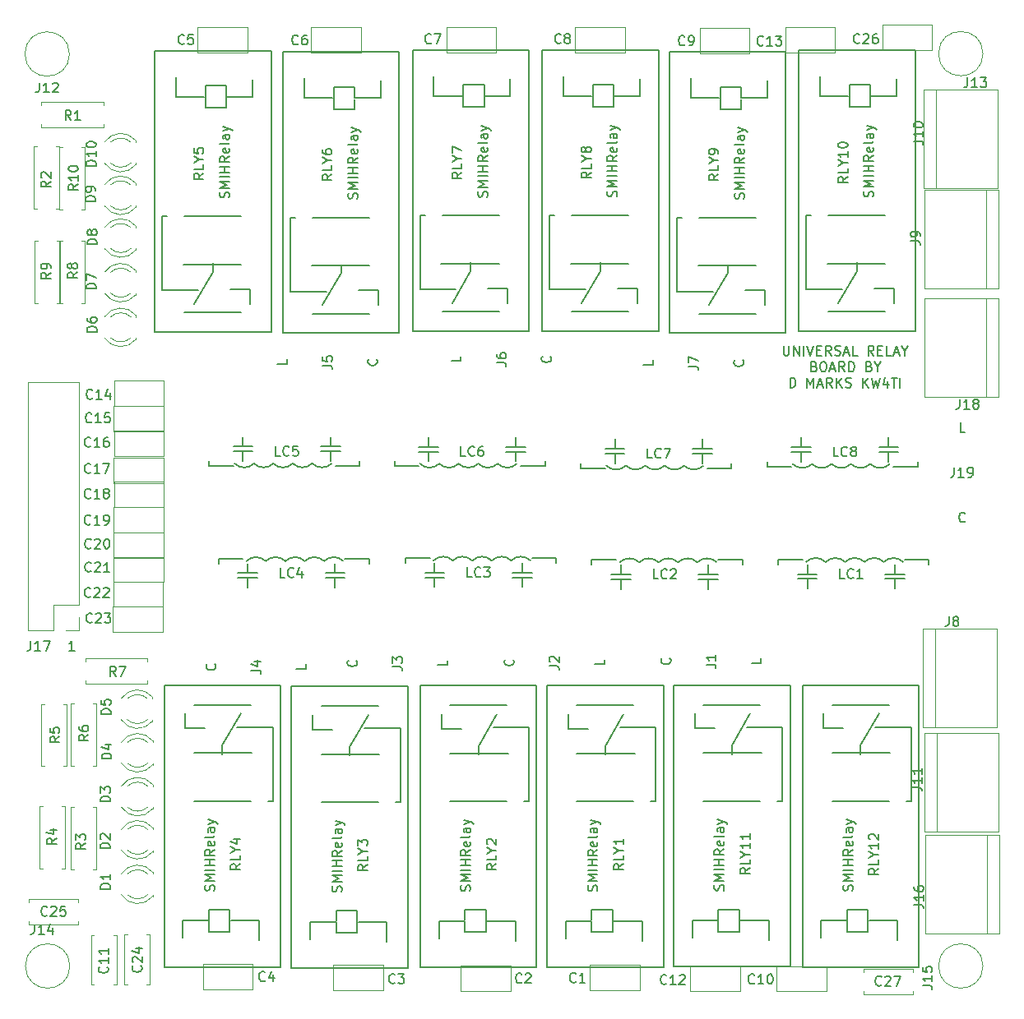
<source format=gbr>
G04 #@! TF.FileFunction,Legend,Top*
%FSLAX46Y46*%
G04 Gerber Fmt 4.6, Leading zero omitted, Abs format (unit mm)*
G04 Created by KiCad (PCBNEW 4.0.7) date 10/22/18 11:41:11*
%MOMM*%
%LPD*%
G01*
G04 APERTURE LIST*
%ADD10C,0.100000*%
%ADD11C,0.150000*%
%ADD12C,0.120000*%
%ADD13C,0.200000*%
G04 APERTURE END LIST*
D10*
D11*
X55784715Y-114498381D02*
X55213286Y-114498381D01*
X55499000Y-114498381D02*
X55499000Y-113498381D01*
X55403762Y-113641238D01*
X55308524Y-113736476D01*
X55213286Y-113784095D01*
X128766666Y-83102381D02*
X128766666Y-83911905D01*
X128814285Y-84007143D01*
X128861904Y-84054762D01*
X128957142Y-84102381D01*
X129147619Y-84102381D01*
X129242857Y-84054762D01*
X129290476Y-84007143D01*
X129338095Y-83911905D01*
X129338095Y-83102381D01*
X129814285Y-84102381D02*
X129814285Y-83102381D01*
X130385714Y-84102381D01*
X130385714Y-83102381D01*
X130861904Y-84102381D02*
X130861904Y-83102381D01*
X131195237Y-83102381D02*
X131528570Y-84102381D01*
X131861904Y-83102381D01*
X132195237Y-83578571D02*
X132528571Y-83578571D01*
X132671428Y-84102381D02*
X132195237Y-84102381D01*
X132195237Y-83102381D01*
X132671428Y-83102381D01*
X133671428Y-84102381D02*
X133338094Y-83626190D01*
X133099999Y-84102381D02*
X133099999Y-83102381D01*
X133480952Y-83102381D01*
X133576190Y-83150000D01*
X133623809Y-83197619D01*
X133671428Y-83292857D01*
X133671428Y-83435714D01*
X133623809Y-83530952D01*
X133576190Y-83578571D01*
X133480952Y-83626190D01*
X133099999Y-83626190D01*
X134052380Y-84054762D02*
X134195237Y-84102381D01*
X134433333Y-84102381D01*
X134528571Y-84054762D01*
X134576190Y-84007143D01*
X134623809Y-83911905D01*
X134623809Y-83816667D01*
X134576190Y-83721429D01*
X134528571Y-83673810D01*
X134433333Y-83626190D01*
X134242856Y-83578571D01*
X134147618Y-83530952D01*
X134099999Y-83483333D01*
X134052380Y-83388095D01*
X134052380Y-83292857D01*
X134099999Y-83197619D01*
X134147618Y-83150000D01*
X134242856Y-83102381D01*
X134480952Y-83102381D01*
X134623809Y-83150000D01*
X135004761Y-83816667D02*
X135480952Y-83816667D01*
X134909523Y-84102381D02*
X135242856Y-83102381D01*
X135576190Y-84102381D01*
X136385714Y-84102381D02*
X135909523Y-84102381D01*
X135909523Y-83102381D01*
X138052381Y-84102381D02*
X137719047Y-83626190D01*
X137480952Y-84102381D02*
X137480952Y-83102381D01*
X137861905Y-83102381D01*
X137957143Y-83150000D01*
X138004762Y-83197619D01*
X138052381Y-83292857D01*
X138052381Y-83435714D01*
X138004762Y-83530952D01*
X137957143Y-83578571D01*
X137861905Y-83626190D01*
X137480952Y-83626190D01*
X138480952Y-83578571D02*
X138814286Y-83578571D01*
X138957143Y-84102381D02*
X138480952Y-84102381D01*
X138480952Y-83102381D01*
X138957143Y-83102381D01*
X139861905Y-84102381D02*
X139385714Y-84102381D01*
X139385714Y-83102381D01*
X140147619Y-83816667D02*
X140623810Y-83816667D01*
X140052381Y-84102381D02*
X140385714Y-83102381D01*
X140719048Y-84102381D01*
X141242857Y-83626190D02*
X141242857Y-84102381D01*
X140909524Y-83102381D02*
X141242857Y-83626190D01*
X141576191Y-83102381D01*
X131909524Y-85228571D02*
X132052381Y-85276190D01*
X132100000Y-85323810D01*
X132147619Y-85419048D01*
X132147619Y-85561905D01*
X132100000Y-85657143D01*
X132052381Y-85704762D01*
X131957143Y-85752381D01*
X131576190Y-85752381D01*
X131576190Y-84752381D01*
X131909524Y-84752381D01*
X132004762Y-84800000D01*
X132052381Y-84847619D01*
X132100000Y-84942857D01*
X132100000Y-85038095D01*
X132052381Y-85133333D01*
X132004762Y-85180952D01*
X131909524Y-85228571D01*
X131576190Y-85228571D01*
X132766666Y-84752381D02*
X132957143Y-84752381D01*
X133052381Y-84800000D01*
X133147619Y-84895238D01*
X133195238Y-85085714D01*
X133195238Y-85419048D01*
X133147619Y-85609524D01*
X133052381Y-85704762D01*
X132957143Y-85752381D01*
X132766666Y-85752381D01*
X132671428Y-85704762D01*
X132576190Y-85609524D01*
X132528571Y-85419048D01*
X132528571Y-85085714D01*
X132576190Y-84895238D01*
X132671428Y-84800000D01*
X132766666Y-84752381D01*
X133576190Y-85466667D02*
X134052381Y-85466667D01*
X133480952Y-85752381D02*
X133814285Y-84752381D01*
X134147619Y-85752381D01*
X135052381Y-85752381D02*
X134719047Y-85276190D01*
X134480952Y-85752381D02*
X134480952Y-84752381D01*
X134861905Y-84752381D01*
X134957143Y-84800000D01*
X135004762Y-84847619D01*
X135052381Y-84942857D01*
X135052381Y-85085714D01*
X135004762Y-85180952D01*
X134957143Y-85228571D01*
X134861905Y-85276190D01*
X134480952Y-85276190D01*
X135480952Y-85752381D02*
X135480952Y-84752381D01*
X135719047Y-84752381D01*
X135861905Y-84800000D01*
X135957143Y-84895238D01*
X136004762Y-84990476D01*
X136052381Y-85180952D01*
X136052381Y-85323810D01*
X136004762Y-85514286D01*
X135957143Y-85609524D01*
X135861905Y-85704762D01*
X135719047Y-85752381D01*
X135480952Y-85752381D01*
X137576191Y-85228571D02*
X137719048Y-85276190D01*
X137766667Y-85323810D01*
X137814286Y-85419048D01*
X137814286Y-85561905D01*
X137766667Y-85657143D01*
X137719048Y-85704762D01*
X137623810Y-85752381D01*
X137242857Y-85752381D01*
X137242857Y-84752381D01*
X137576191Y-84752381D01*
X137671429Y-84800000D01*
X137719048Y-84847619D01*
X137766667Y-84942857D01*
X137766667Y-85038095D01*
X137719048Y-85133333D01*
X137671429Y-85180952D01*
X137576191Y-85228571D01*
X137242857Y-85228571D01*
X138433333Y-85276190D02*
X138433333Y-85752381D01*
X138100000Y-84752381D02*
X138433333Y-85276190D01*
X138766667Y-84752381D01*
X129433333Y-87402381D02*
X129433333Y-86402381D01*
X129671428Y-86402381D01*
X129814286Y-86450000D01*
X129909524Y-86545238D01*
X129957143Y-86640476D01*
X130004762Y-86830952D01*
X130004762Y-86973810D01*
X129957143Y-87164286D01*
X129909524Y-87259524D01*
X129814286Y-87354762D01*
X129671428Y-87402381D01*
X129433333Y-87402381D01*
X131195238Y-87402381D02*
X131195238Y-86402381D01*
X131528572Y-87116667D01*
X131861905Y-86402381D01*
X131861905Y-87402381D01*
X132290476Y-87116667D02*
X132766667Y-87116667D01*
X132195238Y-87402381D02*
X132528571Y-86402381D01*
X132861905Y-87402381D01*
X133766667Y-87402381D02*
X133433333Y-86926190D01*
X133195238Y-87402381D02*
X133195238Y-86402381D01*
X133576191Y-86402381D01*
X133671429Y-86450000D01*
X133719048Y-86497619D01*
X133766667Y-86592857D01*
X133766667Y-86735714D01*
X133719048Y-86830952D01*
X133671429Y-86878571D01*
X133576191Y-86926190D01*
X133195238Y-86926190D01*
X134195238Y-87402381D02*
X134195238Y-86402381D01*
X134766667Y-87402381D02*
X134338095Y-86830952D01*
X134766667Y-86402381D02*
X134195238Y-86973810D01*
X135147619Y-87354762D02*
X135290476Y-87402381D01*
X135528572Y-87402381D01*
X135623810Y-87354762D01*
X135671429Y-87307143D01*
X135719048Y-87211905D01*
X135719048Y-87116667D01*
X135671429Y-87021429D01*
X135623810Y-86973810D01*
X135528572Y-86926190D01*
X135338095Y-86878571D01*
X135242857Y-86830952D01*
X135195238Y-86783333D01*
X135147619Y-86688095D01*
X135147619Y-86592857D01*
X135195238Y-86497619D01*
X135242857Y-86450000D01*
X135338095Y-86402381D01*
X135576191Y-86402381D01*
X135719048Y-86450000D01*
X136909524Y-87402381D02*
X136909524Y-86402381D01*
X137480953Y-87402381D02*
X137052381Y-86830952D01*
X137480953Y-86402381D02*
X136909524Y-86973810D01*
X137814286Y-86402381D02*
X138052381Y-87402381D01*
X138242858Y-86688095D01*
X138433334Y-87402381D01*
X138671429Y-86402381D01*
X139480953Y-86735714D02*
X139480953Y-87402381D01*
X139242857Y-86354762D02*
X139004762Y-87069048D01*
X139623810Y-87069048D01*
X139861905Y-86402381D02*
X140433334Y-86402381D01*
X140147619Y-87402381D02*
X140147619Y-86402381D01*
X140766667Y-87402381D02*
X140766667Y-86402381D01*
D12*
X54459700Y-130521000D02*
X54789700Y-130521000D01*
X54789700Y-130521000D02*
X54789700Y-136941000D01*
X54789700Y-136941000D02*
X54459700Y-136941000D01*
X52499700Y-130521000D02*
X52169700Y-130521000D01*
X52169700Y-130521000D02*
X52169700Y-136941000D01*
X52169700Y-136941000D02*
X52499700Y-136941000D01*
X80122400Y-50302800D02*
X85242400Y-50302800D01*
X80122400Y-52922800D02*
X85242400Y-52922800D01*
X80122400Y-50302800D02*
X80122400Y-52922800D01*
X85242400Y-50302800D02*
X85242400Y-52922800D01*
X64845560Y-112567080D02*
X59725560Y-112567080D01*
X64845560Y-109947080D02*
X59725560Y-109947080D01*
X64845560Y-112567080D02*
X64845560Y-109947080D01*
X59725560Y-112567080D02*
X59725560Y-109947080D01*
X60595765Y-130631308D02*
G75*
G03X63828100Y-130788216I1672335J1078608D01*
G01*
X60595765Y-128474092D02*
G75*
G02X63828100Y-128317184I1672335J-1078608D01*
G01*
X61226970Y-130632537D02*
G75*
G03X63309061Y-130632700I1041130J1079837D01*
G01*
X61226970Y-128472863D02*
G75*
G02X63309061Y-128472700I1041130J-1079837D01*
G01*
X63828100Y-130788700D02*
X63828100Y-130632700D01*
X63828100Y-128472700D02*
X63828100Y-128316700D01*
X53926300Y-72291500D02*
X54256300Y-72291500D01*
X54256300Y-72291500D02*
X54256300Y-78711500D01*
X54256300Y-78711500D02*
X53926300Y-78711500D01*
X51966300Y-72291500D02*
X51636300Y-72291500D01*
X51636300Y-72291500D02*
X51636300Y-78711500D01*
X51636300Y-78711500D02*
X51966300Y-78711500D01*
X60595765Y-139661008D02*
G75*
G03X63828100Y-139817916I1672335J1078608D01*
G01*
X60595765Y-137503792D02*
G75*
G02X63828100Y-137346884I1672335J-1078608D01*
G01*
X61226970Y-139662237D02*
G75*
G03X63309061Y-139662400I1041130J1079837D01*
G01*
X61226970Y-137502563D02*
G75*
G02X63309061Y-137502400I1041130J-1079837D01*
G01*
X63828100Y-139818400D02*
X63828100Y-139662400D01*
X63828100Y-137502400D02*
X63828100Y-137346400D01*
X60595765Y-135076308D02*
G75*
G03X63828100Y-135233216I1672335J1078608D01*
G01*
X60595765Y-132919092D02*
G75*
G02X63828100Y-132762184I1672335J-1078608D01*
G01*
X61226970Y-135077537D02*
G75*
G03X63309061Y-135077700I1041130J1079837D01*
G01*
X61226970Y-132917863D02*
G75*
G02X63309061Y-132917700I1041130J-1079837D01*
G01*
X63828100Y-135233700D02*
X63828100Y-135077700D01*
X63828100Y-132917700D02*
X63828100Y-132761700D01*
X144399000Y-122428000D02*
X144399000Y-112268000D01*
X143129000Y-122428000D02*
X150749000Y-122428000D01*
X150749000Y-122428000D02*
X150749000Y-112268000D01*
X150749000Y-112268000D02*
X143129000Y-112268000D01*
X143129000Y-112268000D02*
X143129000Y-122428000D01*
X144475200Y-66852800D02*
X144475200Y-56692800D01*
X143205200Y-66852800D02*
X150825200Y-66852800D01*
X150825200Y-66852800D02*
X150825200Y-56692800D01*
X150825200Y-56692800D02*
X143205200Y-56692800D01*
X143205200Y-56692800D02*
X143205200Y-66852800D01*
X113959000Y-149493600D02*
X108839000Y-149493600D01*
X113959000Y-146873600D02*
X108839000Y-146873600D01*
X113959000Y-149493600D02*
X113959000Y-146873600D01*
X108839000Y-149493600D02*
X108839000Y-146873600D01*
X100649400Y-149544400D02*
X95529400Y-149544400D01*
X100649400Y-146924400D02*
X95529400Y-146924400D01*
X100649400Y-149544400D02*
X100649400Y-146924400D01*
X95529400Y-149544400D02*
X95529400Y-146924400D01*
X87517600Y-149519000D02*
X82397600Y-149519000D01*
X87517600Y-146899000D02*
X82397600Y-146899000D01*
X87517600Y-149519000D02*
X87517600Y-146899000D01*
X82397600Y-149519000D02*
X82397600Y-146899000D01*
X74106400Y-149417400D02*
X68986400Y-149417400D01*
X74106400Y-146797400D02*
X68986400Y-146797400D01*
X74106400Y-149417400D02*
X74106400Y-146797400D01*
X68986400Y-149417400D02*
X68986400Y-146797400D01*
X68463800Y-50277400D02*
X73583800Y-50277400D01*
X68463800Y-52897400D02*
X73583800Y-52897400D01*
X68463800Y-50277400D02*
X68463800Y-52897400D01*
X73583800Y-50277400D02*
X73583800Y-52897400D01*
X94041600Y-50302800D02*
X99161600Y-50302800D01*
X94041600Y-52922800D02*
X99161600Y-52922800D01*
X94041600Y-50302800D02*
X94041600Y-52922800D01*
X99161600Y-50302800D02*
X99161600Y-52922800D01*
X107300400Y-50252000D02*
X112420400Y-50252000D01*
X107300400Y-52872000D02*
X112420400Y-52872000D01*
X107300400Y-50252000D02*
X107300400Y-52872000D01*
X112420400Y-50252000D02*
X112420400Y-52872000D01*
X120127400Y-50328200D02*
X125247400Y-50328200D01*
X120127400Y-52948200D02*
X125247400Y-52948200D01*
X120127400Y-50328200D02*
X120127400Y-52948200D01*
X125247400Y-50328200D02*
X125247400Y-52948200D01*
X133186800Y-149620600D02*
X128066800Y-149620600D01*
X133186800Y-147000600D02*
X128066800Y-147000600D01*
X133186800Y-149620600D02*
X133186800Y-147000600D01*
X128066800Y-149620600D02*
X128066800Y-147000600D01*
X58734400Y-60263600D02*
X58734400Y-60593600D01*
X58734400Y-60593600D02*
X52314400Y-60593600D01*
X52314400Y-60593600D02*
X52314400Y-60263600D01*
X58734400Y-58303600D02*
X58734400Y-57973600D01*
X58734400Y-57973600D02*
X52314400Y-57973600D01*
X52314400Y-57973600D02*
X52314400Y-58303600D01*
X149606000Y-67056000D02*
X149606000Y-77216000D01*
X150876000Y-67056000D02*
X143256000Y-67056000D01*
X143256000Y-67056000D02*
X143256000Y-77216000D01*
X143256000Y-77216000D02*
X150876000Y-77216000D01*
X150876000Y-77216000D02*
X150876000Y-67056000D01*
X149286000Y-53000000D02*
G75*
G03X149286000Y-53000000I-2286000J0D01*
G01*
X55286000Y-147000000D02*
G75*
G03X55286000Y-147000000I-2286000J0D01*
G01*
X51940900Y-68996000D02*
X51610900Y-68996000D01*
X51610900Y-68996000D02*
X51610900Y-62576000D01*
X51610900Y-62576000D02*
X51940900Y-62576000D01*
X53900900Y-68996000D02*
X54230900Y-68996000D01*
X54230900Y-68996000D02*
X54230900Y-62576000D01*
X54230900Y-62576000D02*
X53900900Y-62576000D01*
X60595765Y-126110108D02*
G75*
G03X63828100Y-126267016I1672335J1078608D01*
G01*
X60595765Y-123952892D02*
G75*
G02X63828100Y-123795984I1672335J-1078608D01*
G01*
X61226970Y-126111337D02*
G75*
G03X63309061Y-126111500I1041130J1079837D01*
G01*
X61226970Y-123951663D02*
G75*
G02X63309061Y-123951500I1041130J-1079837D01*
G01*
X63828100Y-126267500D02*
X63828100Y-126111500D01*
X63828100Y-123951500D02*
X63828100Y-123795500D01*
X60570365Y-121614308D02*
G75*
G03X63802700Y-121771216I1672335J1078608D01*
G01*
X60570365Y-119457092D02*
G75*
G02X63802700Y-119300184I1672335J-1078608D01*
G01*
X61201570Y-121615537D02*
G75*
G03X63283661Y-121615700I1041130J1079837D01*
G01*
X61201570Y-119455863D02*
G75*
G02X63283661Y-119455700I1041130J-1079837D01*
G01*
X63802700Y-121771700D02*
X63802700Y-121615700D01*
X63802700Y-119455700D02*
X63802700Y-119299700D01*
X58857665Y-82278608D02*
G75*
G03X62090000Y-82435516I1672335J1078608D01*
G01*
X58857665Y-80121392D02*
G75*
G02X62090000Y-79964484I1672335J-1078608D01*
G01*
X59488870Y-82279837D02*
G75*
G03X61570961Y-82280000I1041130J1079837D01*
G01*
X59488870Y-80120163D02*
G75*
G02X61570961Y-80120000I1041130J-1079837D01*
G01*
X62090000Y-82436000D02*
X62090000Y-82280000D01*
X62090000Y-80120000D02*
X62090000Y-79964000D01*
X58857665Y-77678608D02*
G75*
G03X62090000Y-77835516I1672335J1078608D01*
G01*
X58857665Y-75521392D02*
G75*
G02X62090000Y-75364484I1672335J-1078608D01*
G01*
X59488870Y-77679837D02*
G75*
G03X61570961Y-77680000I1041130J1079837D01*
G01*
X59488870Y-75520163D02*
G75*
G02X61570961Y-75520000I1041130J-1079837D01*
G01*
X62090000Y-77836000D02*
X62090000Y-77680000D01*
X62090000Y-75520000D02*
X62090000Y-75364000D01*
X58857665Y-73078608D02*
G75*
G03X62090000Y-73235516I1672335J1078608D01*
G01*
X58857665Y-70921392D02*
G75*
G02X62090000Y-70764484I1672335J-1078608D01*
G01*
X59488870Y-73079837D02*
G75*
G03X61570961Y-73080000I1041130J1079837D01*
G01*
X59488870Y-70920163D02*
G75*
G02X61570961Y-70920000I1041130J-1079837D01*
G01*
X62090000Y-73236000D02*
X62090000Y-73080000D01*
X62090000Y-70920000D02*
X62090000Y-70764000D01*
X57647400Y-130648000D02*
X57977400Y-130648000D01*
X57977400Y-130648000D02*
X57977400Y-137068000D01*
X57977400Y-137068000D02*
X57647400Y-137068000D01*
X55687400Y-130648000D02*
X55357400Y-130648000D01*
X55357400Y-130648000D02*
X55357400Y-137068000D01*
X55357400Y-137068000D02*
X55687400Y-137068000D01*
X52664800Y-126425400D02*
X52334800Y-126425400D01*
X52334800Y-126425400D02*
X52334800Y-120005400D01*
X52334800Y-120005400D02*
X52664800Y-120005400D01*
X54624800Y-126425400D02*
X54954800Y-126425400D01*
X54954800Y-126425400D02*
X54954800Y-120005400D01*
X54954800Y-120005400D02*
X54624800Y-120005400D01*
X55750900Y-126349200D02*
X55420900Y-126349200D01*
X55420900Y-126349200D02*
X55420900Y-119929200D01*
X55420900Y-119929200D02*
X55750900Y-119929200D01*
X57710900Y-126349200D02*
X58040900Y-126349200D01*
X58040900Y-126349200D02*
X58040900Y-119929200D01*
X58040900Y-119929200D02*
X57710900Y-119929200D01*
X56873700Y-115644100D02*
X56873700Y-115314100D01*
X56873700Y-115314100D02*
X63293700Y-115314100D01*
X63293700Y-115314100D02*
X63293700Y-115644100D01*
X56873700Y-117604100D02*
X56873700Y-117934100D01*
X56873700Y-117934100D02*
X63293700Y-117934100D01*
X63293700Y-117934100D02*
X63293700Y-117604100D01*
X54545000Y-78725000D02*
X54215000Y-78725000D01*
X54215000Y-78725000D02*
X54215000Y-72305000D01*
X54215000Y-72305000D02*
X54545000Y-72305000D01*
X56505000Y-78725000D02*
X56835000Y-78725000D01*
X56835000Y-78725000D02*
X56835000Y-72305000D01*
X56835000Y-72305000D02*
X56505000Y-72305000D01*
X54495000Y-69025000D02*
X54165000Y-69025000D01*
X54165000Y-69025000D02*
X54165000Y-62605000D01*
X54165000Y-62605000D02*
X54495000Y-62605000D01*
X56455000Y-69025000D02*
X56785000Y-69025000D01*
X56785000Y-69025000D02*
X56785000Y-62605000D01*
X56785000Y-62605000D02*
X56455000Y-62605000D01*
X58857665Y-68678608D02*
G75*
G03X62090000Y-68835516I1672335J1078608D01*
G01*
X58857665Y-66521392D02*
G75*
G02X62090000Y-66364484I1672335J-1078608D01*
G01*
X59488870Y-68679837D02*
G75*
G03X61570961Y-68680000I1041130J1079837D01*
G01*
X59488870Y-66520163D02*
G75*
G02X61570961Y-66520000I1041130J-1079837D01*
G01*
X62090000Y-68836000D02*
X62090000Y-68680000D01*
X62090000Y-66520000D02*
X62090000Y-66364000D01*
X58857665Y-64278608D02*
G75*
G03X62090000Y-64435516I1672335J1078608D01*
G01*
X58857665Y-62121392D02*
G75*
G02X62090000Y-61964484I1672335J-1078608D01*
G01*
X59488870Y-64279837D02*
G75*
G03X61570961Y-64280000I1041130J1079837D01*
G01*
X59488870Y-62120163D02*
G75*
G02X61570961Y-62120000I1041130J-1079837D01*
G01*
X62090000Y-64436000D02*
X62090000Y-64280000D01*
X62090000Y-62120000D02*
X62090000Y-61964000D01*
X144526000Y-133146800D02*
X144526000Y-122986800D01*
X143256000Y-133146800D02*
X150876000Y-133146800D01*
X150876000Y-133146800D02*
X150876000Y-122986800D01*
X150876000Y-122986800D02*
X143256000Y-122986800D01*
X143256000Y-122986800D02*
X143256000Y-133146800D01*
X149707600Y-133502400D02*
X149707600Y-143662400D01*
X150977600Y-133502400D02*
X143357600Y-133502400D01*
X143357600Y-133502400D02*
X143357600Y-143662400D01*
X143357600Y-143662400D02*
X150977600Y-143662400D01*
X150977600Y-143662400D02*
X150977600Y-133502400D01*
X149606000Y-78232000D02*
X149606000Y-88392000D01*
X150876000Y-78232000D02*
X143256000Y-78232000D01*
X143256000Y-78232000D02*
X143256000Y-88392000D01*
X143256000Y-88392000D02*
X150876000Y-88392000D01*
X150876000Y-88392000D02*
X150876000Y-78232000D01*
X56194000Y-86871500D02*
X50994000Y-86871500D01*
X56194000Y-109791500D02*
X56194000Y-86871500D01*
X50994000Y-112391500D02*
X50994000Y-86871500D01*
X56194000Y-109791500D02*
X53594000Y-109791500D01*
X53594000Y-109791500D02*
X53594000Y-112391500D01*
X53594000Y-112391500D02*
X50994000Y-112391500D01*
X56194000Y-111061500D02*
X56194000Y-112391500D01*
X56194000Y-112391500D02*
X54864000Y-112391500D01*
X124271400Y-149569800D02*
X119151400Y-149569800D01*
X124271400Y-146949800D02*
X119151400Y-146949800D01*
X124271400Y-149569800D02*
X124271400Y-146949800D01*
X119151400Y-149569800D02*
X119151400Y-146949800D01*
X128941200Y-50302800D02*
X134061200Y-50302800D01*
X128941200Y-52922800D02*
X134061200Y-52922800D01*
X128941200Y-50302800D02*
X128941200Y-52922800D01*
X134061200Y-50302800D02*
X134061200Y-52922800D01*
X64962400Y-89321000D02*
X59842400Y-89321000D01*
X64962400Y-86701000D02*
X59842400Y-86701000D01*
X64962400Y-89321000D02*
X64962400Y-86701000D01*
X59842400Y-89321000D02*
X59842400Y-86701000D01*
X64911600Y-91937200D02*
X59791600Y-91937200D01*
X64911600Y-89317200D02*
X59791600Y-89317200D01*
X64911600Y-91937200D02*
X64911600Y-89317200D01*
X59791600Y-91937200D02*
X59791600Y-89317200D01*
X64962400Y-94451800D02*
X59842400Y-94451800D01*
X64962400Y-91831800D02*
X59842400Y-91831800D01*
X64962400Y-94451800D02*
X64962400Y-91831800D01*
X59842400Y-94451800D02*
X59842400Y-91831800D01*
X64911600Y-97245800D02*
X59791600Y-97245800D01*
X64911600Y-94625800D02*
X59791600Y-94625800D01*
X64911600Y-97245800D02*
X64911600Y-94625800D01*
X59791600Y-97245800D02*
X59791600Y-94625800D01*
X64962400Y-99709600D02*
X59842400Y-99709600D01*
X64962400Y-97089600D02*
X59842400Y-97089600D01*
X64962400Y-99709600D02*
X64962400Y-97089600D01*
X59842400Y-99709600D02*
X59842400Y-97089600D01*
X64911600Y-102351200D02*
X59791600Y-102351200D01*
X64911600Y-99731200D02*
X59791600Y-99731200D01*
X64911600Y-102351200D02*
X64911600Y-99731200D01*
X59791600Y-102351200D02*
X59791600Y-99731200D01*
X64937000Y-104942000D02*
X59817000Y-104942000D01*
X64937000Y-102322000D02*
X59817000Y-102322000D01*
X64937000Y-104942000D02*
X64937000Y-102322000D01*
X59817000Y-104942000D02*
X59817000Y-102322000D01*
X64937000Y-107456600D02*
X59817000Y-107456600D01*
X64937000Y-104836600D02*
X59817000Y-104836600D01*
X64937000Y-107456600D02*
X64937000Y-104836600D01*
X59817000Y-107456600D02*
X59817000Y-104836600D01*
X64901440Y-109996600D02*
X59781440Y-109996600D01*
X64901440Y-107376600D02*
X59781440Y-107376600D01*
X64901440Y-109996600D02*
X64901440Y-107376600D01*
X59781440Y-109996600D02*
X59781440Y-107376600D01*
X55245000Y-53035200D02*
G75*
G03X55245000Y-53035200I-2286000J0D01*
G01*
X57480840Y-148919240D02*
X57480840Y-143799240D01*
X60100840Y-148919240D02*
X60100840Y-143799240D01*
X57480840Y-148919240D02*
X57794840Y-148919240D01*
X59786840Y-148919240D02*
X60100840Y-148919240D01*
X57480840Y-143799240D02*
X57794840Y-143799240D01*
X59786840Y-143799240D02*
X60100840Y-143799240D01*
X60881900Y-148865900D02*
X60881900Y-143745900D01*
X63501900Y-148865900D02*
X63501900Y-143745900D01*
X60881900Y-148865900D02*
X61195900Y-148865900D01*
X63187900Y-148865900D02*
X63501900Y-148865900D01*
X60881900Y-143745900D02*
X61195900Y-143745900D01*
X63187900Y-143745900D02*
X63501900Y-143745900D01*
X56181300Y-142711800D02*
X51061300Y-142711800D01*
X56181300Y-140091800D02*
X51061300Y-140091800D01*
X56181300Y-142711800D02*
X56181300Y-142397800D01*
X56181300Y-140405800D02*
X56181300Y-140091800D01*
X51061300Y-142711800D02*
X51061300Y-142397800D01*
X51061300Y-140405800D02*
X51061300Y-140091800D01*
X142109500Y-149900000D02*
X136989500Y-149900000D01*
X142109500Y-147280000D02*
X136989500Y-147280000D01*
X142109500Y-149900000D02*
X142109500Y-149586000D01*
X142109500Y-147594000D02*
X142109500Y-147280000D01*
X136989500Y-149900000D02*
X136989500Y-149586000D01*
X136989500Y-147594000D02*
X136989500Y-147280000D01*
X149286000Y-147000000D02*
G75*
G03X149286000Y-147000000I-2286000J0D01*
G01*
X144058000Y-52618000D02*
X138938000Y-52618000D01*
X144058000Y-49998000D02*
X138938000Y-49998000D01*
X144058000Y-52618000D02*
X144058000Y-49998000D01*
X138938000Y-52618000D02*
X138938000Y-49998000D01*
D13*
X101840800Y-105476800D02*
X101840800Y-106476800D01*
X92840800Y-105476800D02*
X92840800Y-106476800D01*
X92340800Y-104976800D02*
X89840800Y-104976800D01*
X89840800Y-104976800D02*
X89840800Y-105476800D01*
X102840800Y-104976800D02*
X105340800Y-104976800D01*
X105340800Y-104976800D02*
X105340800Y-105476800D01*
X101840800Y-106968800D02*
X101840800Y-107968800D01*
X92840800Y-106968800D02*
X92840800Y-107968800D01*
X94717800Y-105234800D02*
G75*
G03X92717800Y-105234800I-1000000J-1000000D01*
G01*
X96717800Y-105234800D02*
G75*
G03X94717800Y-105234800I-1000000J-1000000D01*
G01*
X98717800Y-105234800D02*
G75*
G03X96717800Y-105234800I-1000000J-1000000D01*
G01*
X100717800Y-105234800D02*
G75*
G03X98717800Y-105234800I-1000000J-1000000D01*
G01*
X102717800Y-105234800D02*
G75*
G03X100717800Y-105234800I-1000000J-1000000D01*
G01*
X93840800Y-106476800D02*
X92840800Y-106476800D01*
X91840800Y-106476800D02*
X93840800Y-106476800D01*
X91840800Y-106968800D02*
X92840800Y-106968800D01*
X93840800Y-106968800D02*
X91840800Y-106968800D01*
X102840800Y-106968800D02*
X100840800Y-106968800D01*
X100840800Y-106968800D02*
X101840800Y-106968800D01*
X100840800Y-106476800D02*
X102840800Y-106476800D01*
X102840800Y-106476800D02*
X101840800Y-106476800D01*
X121017800Y-105654600D02*
X121017800Y-106654600D01*
X112017800Y-105654600D02*
X112017800Y-106654600D01*
X111517800Y-105154600D02*
X109017800Y-105154600D01*
X109017800Y-105154600D02*
X109017800Y-105654600D01*
X122017800Y-105154600D02*
X124517800Y-105154600D01*
X124517800Y-105154600D02*
X124517800Y-105654600D01*
X121017800Y-107146600D02*
X121017800Y-108146600D01*
X112017800Y-107146600D02*
X112017800Y-108146600D01*
X113894800Y-105412600D02*
G75*
G03X111894800Y-105412600I-1000000J-1000000D01*
G01*
X115894800Y-105412600D02*
G75*
G03X113894800Y-105412600I-1000000J-1000000D01*
G01*
X117894800Y-105412600D02*
G75*
G03X115894800Y-105412600I-1000000J-1000000D01*
G01*
X119894800Y-105412600D02*
G75*
G03X117894800Y-105412600I-1000000J-1000000D01*
G01*
X121894800Y-105412600D02*
G75*
G03X119894800Y-105412600I-1000000J-1000000D01*
G01*
X113017800Y-106654600D02*
X112017800Y-106654600D01*
X111017800Y-106654600D02*
X113017800Y-106654600D01*
X111017800Y-107146600D02*
X112017800Y-107146600D01*
X113017800Y-107146600D02*
X111017800Y-107146600D01*
X122017800Y-107146600D02*
X120017800Y-107146600D01*
X120017800Y-107146600D02*
X121017800Y-107146600D01*
X120017800Y-106654600D02*
X122017800Y-106654600D01*
X122017800Y-106654600D02*
X121017800Y-106654600D01*
X140207500Y-105616500D02*
X140207500Y-106616500D01*
X131207500Y-105616500D02*
X131207500Y-106616500D01*
X130707500Y-105116500D02*
X128207500Y-105116500D01*
X128207500Y-105116500D02*
X128207500Y-105616500D01*
X141207500Y-105116500D02*
X143707500Y-105116500D01*
X143707500Y-105116500D02*
X143707500Y-105616500D01*
X140207500Y-107108500D02*
X140207500Y-108108500D01*
X131207500Y-107108500D02*
X131207500Y-108108500D01*
X133084500Y-105374500D02*
G75*
G03X131084500Y-105374500I-1000000J-1000000D01*
G01*
X135084500Y-105374500D02*
G75*
G03X133084500Y-105374500I-1000000J-1000000D01*
G01*
X137084500Y-105374500D02*
G75*
G03X135084500Y-105374500I-1000000J-1000000D01*
G01*
X139084500Y-105374500D02*
G75*
G03X137084500Y-105374500I-1000000J-1000000D01*
G01*
X141084500Y-105374500D02*
G75*
G03X139084500Y-105374500I-1000000J-1000000D01*
G01*
X132207500Y-106616500D02*
X131207500Y-106616500D01*
X130207500Y-106616500D02*
X132207500Y-106616500D01*
X130207500Y-107108500D02*
X131207500Y-107108500D01*
X132207500Y-107108500D02*
X130207500Y-107108500D01*
X141207500Y-107108500D02*
X139207500Y-107108500D01*
X139207500Y-107108500D02*
X140207500Y-107108500D01*
X139207500Y-106616500D02*
X141207500Y-106616500D01*
X141207500Y-106616500D02*
X140207500Y-106616500D01*
X82587600Y-105527600D02*
X82587600Y-106527600D01*
X73587600Y-105527600D02*
X73587600Y-106527600D01*
X73087600Y-105027600D02*
X70587600Y-105027600D01*
X70587600Y-105027600D02*
X70587600Y-105527600D01*
X83587600Y-105027600D02*
X86087600Y-105027600D01*
X86087600Y-105027600D02*
X86087600Y-105527600D01*
X82587600Y-107019600D02*
X82587600Y-108019600D01*
X73587600Y-107019600D02*
X73587600Y-108019600D01*
X75464600Y-105285600D02*
G75*
G03X73464600Y-105285600I-1000000J-1000000D01*
G01*
X77464600Y-105285600D02*
G75*
G03X75464600Y-105285600I-1000000J-1000000D01*
G01*
X79464600Y-105285600D02*
G75*
G03X77464600Y-105285600I-1000000J-1000000D01*
G01*
X81464600Y-105285600D02*
G75*
G03X79464600Y-105285600I-1000000J-1000000D01*
G01*
X83464600Y-105285600D02*
G75*
G03X81464600Y-105285600I-1000000J-1000000D01*
G01*
X74587600Y-106527600D02*
X73587600Y-106527600D01*
X72587600Y-106527600D02*
X74587600Y-106527600D01*
X72587600Y-107019600D02*
X73587600Y-107019600D01*
X74587600Y-107019600D02*
X72587600Y-107019600D01*
X83587600Y-107019600D02*
X81587600Y-107019600D01*
X81587600Y-107019600D02*
X82587600Y-107019600D01*
X81587600Y-106527600D02*
X83587600Y-106527600D01*
X83587600Y-106527600D02*
X82587600Y-106527600D01*
X73114400Y-94980000D02*
X73114400Y-93980000D01*
X82114400Y-94980000D02*
X82114400Y-93980000D01*
X82614400Y-95480000D02*
X85114400Y-95480000D01*
X85114400Y-95480000D02*
X85114400Y-94980000D01*
X72114400Y-95480000D02*
X69614400Y-95480000D01*
X69614400Y-95480000D02*
X69614400Y-94980000D01*
X73114400Y-93488000D02*
X73114400Y-92488000D01*
X82114400Y-93488000D02*
X82114400Y-92488000D01*
X80237400Y-95222000D02*
G75*
G03X82237400Y-95222000I1000000J1000000D01*
G01*
X78237400Y-95222000D02*
G75*
G03X80237400Y-95222000I1000000J1000000D01*
G01*
X76237400Y-95222000D02*
G75*
G03X78237400Y-95222000I1000000J1000000D01*
G01*
X74237400Y-95222000D02*
G75*
G03X76237400Y-95222000I1000000J1000000D01*
G01*
X72237400Y-95222000D02*
G75*
G03X74237400Y-95222000I1000000J1000000D01*
G01*
X81114400Y-93980000D02*
X82114400Y-93980000D01*
X83114400Y-93980000D02*
X81114400Y-93980000D01*
X83114400Y-93488000D02*
X82114400Y-93488000D01*
X81114400Y-93488000D02*
X83114400Y-93488000D01*
X72114400Y-93488000D02*
X74114400Y-93488000D01*
X74114400Y-93488000D02*
X73114400Y-93488000D01*
X74114400Y-93980000D02*
X72114400Y-93980000D01*
X72114400Y-93980000D02*
X73114400Y-93980000D01*
X92200000Y-95000000D02*
X92200000Y-94000000D01*
X101200000Y-95000000D02*
X101200000Y-94000000D01*
X101700000Y-95500000D02*
X104200000Y-95500000D01*
X104200000Y-95500000D02*
X104200000Y-95000000D01*
X91200000Y-95500000D02*
X88700000Y-95500000D01*
X88700000Y-95500000D02*
X88700000Y-95000000D01*
X92200000Y-93508000D02*
X92200000Y-92508000D01*
X101200000Y-93508000D02*
X101200000Y-92508000D01*
X99323000Y-95242000D02*
G75*
G03X101323000Y-95242000I1000000J1000000D01*
G01*
X97323000Y-95242000D02*
G75*
G03X99323000Y-95242000I1000000J1000000D01*
G01*
X95323000Y-95242000D02*
G75*
G03X97323000Y-95242000I1000000J1000000D01*
G01*
X93323000Y-95242000D02*
G75*
G03X95323000Y-95242000I1000000J1000000D01*
G01*
X91323000Y-95242000D02*
G75*
G03X93323000Y-95242000I1000000J1000000D01*
G01*
X100200000Y-94000000D02*
X101200000Y-94000000D01*
X102200000Y-94000000D02*
X100200000Y-94000000D01*
X102200000Y-93508000D02*
X101200000Y-93508000D01*
X100200000Y-93508000D02*
X102200000Y-93508000D01*
X91200000Y-93508000D02*
X93200000Y-93508000D01*
X93200000Y-93508000D02*
X92200000Y-93508000D01*
X93200000Y-94000000D02*
X91200000Y-94000000D01*
X91200000Y-94000000D02*
X92200000Y-94000000D01*
X111400000Y-95200000D02*
X111400000Y-94200000D01*
X120400000Y-95200000D02*
X120400000Y-94200000D01*
X120900000Y-95700000D02*
X123400000Y-95700000D01*
X123400000Y-95700000D02*
X123400000Y-95200000D01*
X110400000Y-95700000D02*
X107900000Y-95700000D01*
X107900000Y-95700000D02*
X107900000Y-95200000D01*
X111400000Y-93708000D02*
X111400000Y-92708000D01*
X120400000Y-93708000D02*
X120400000Y-92708000D01*
X118523000Y-95442000D02*
G75*
G03X120523000Y-95442000I1000000J1000000D01*
G01*
X116523000Y-95442000D02*
G75*
G03X118523000Y-95442000I1000000J1000000D01*
G01*
X114523000Y-95442000D02*
G75*
G03X116523000Y-95442000I1000000J1000000D01*
G01*
X112523000Y-95442000D02*
G75*
G03X114523000Y-95442000I1000000J1000000D01*
G01*
X110523000Y-95442000D02*
G75*
G03X112523000Y-95442000I1000000J1000000D01*
G01*
X119400000Y-94200000D02*
X120400000Y-94200000D01*
X121400000Y-94200000D02*
X119400000Y-94200000D01*
X121400000Y-93708000D02*
X120400000Y-93708000D01*
X119400000Y-93708000D02*
X121400000Y-93708000D01*
X110400000Y-93708000D02*
X112400000Y-93708000D01*
X112400000Y-93708000D02*
X111400000Y-93708000D01*
X112400000Y-94200000D02*
X110400000Y-94200000D01*
X110400000Y-94200000D02*
X111400000Y-94200000D01*
X130569200Y-95030800D02*
X130569200Y-94030800D01*
X139569200Y-95030800D02*
X139569200Y-94030800D01*
X140069200Y-95530800D02*
X142569200Y-95530800D01*
X142569200Y-95530800D02*
X142569200Y-95030800D01*
X129569200Y-95530800D02*
X127069200Y-95530800D01*
X127069200Y-95530800D02*
X127069200Y-95030800D01*
X130569200Y-93538800D02*
X130569200Y-92538800D01*
X139569200Y-93538800D02*
X139569200Y-92538800D01*
X137692200Y-95272800D02*
G75*
G03X139692200Y-95272800I1000000J1000000D01*
G01*
X135692200Y-95272800D02*
G75*
G03X137692200Y-95272800I1000000J1000000D01*
G01*
X133692200Y-95272800D02*
G75*
G03X135692200Y-95272800I1000000J1000000D01*
G01*
X131692200Y-95272800D02*
G75*
G03X133692200Y-95272800I1000000J1000000D01*
G01*
X129692200Y-95272800D02*
G75*
G03X131692200Y-95272800I1000000J1000000D01*
G01*
X138569200Y-94030800D02*
X139569200Y-94030800D01*
X140569200Y-94030800D02*
X138569200Y-94030800D01*
X140569200Y-93538800D02*
X139569200Y-93538800D01*
X138569200Y-93538800D02*
X140569200Y-93538800D01*
X129569200Y-93538800D02*
X131569200Y-93538800D01*
X131569200Y-93538800D02*
X130569200Y-93538800D01*
X131569200Y-94030800D02*
X129569200Y-94030800D01*
X129569200Y-94030800D02*
X130569200Y-94030800D01*
X129000000Y-52800000D02*
X129000000Y-81800000D01*
X129000000Y-81800000D02*
X117000000Y-81800000D01*
X117000000Y-81800000D02*
X117000000Y-52800000D01*
X117000000Y-52800000D02*
X129000000Y-52800000D01*
X123000000Y-74706000D02*
X123000000Y-75595000D01*
X123000000Y-75595000D02*
X121095000Y-78897000D01*
X118301000Y-69880000D02*
X117793000Y-69880000D01*
X117793000Y-69880000D02*
X117793000Y-77246000D01*
X117793000Y-77246000D02*
X117793000Y-77500000D01*
X117793000Y-77500000D02*
X121476000Y-77500000D01*
X126810000Y-78897000D02*
X126810000Y-77373000D01*
X126810000Y-77373000D02*
X124778000Y-77373000D01*
X120079000Y-79786000D02*
X125921000Y-79786000D01*
X125921000Y-74833000D02*
X119952000Y-74833000D01*
X125921000Y-69880000D02*
X120079000Y-69880000D01*
X122111000Y-57561000D02*
X119190000Y-57561000D01*
X119190000Y-57561000D02*
X119190000Y-55529000D01*
X127064000Y-55783000D02*
X127064000Y-57561000D01*
X127064000Y-57561000D02*
X124397000Y-57561000D01*
X124397000Y-57561000D02*
X124397000Y-56418000D01*
X124397000Y-56418000D02*
X122238000Y-56418000D01*
X122238000Y-56418000D02*
X122238000Y-58704000D01*
X122238000Y-58704000D02*
X124397000Y-58704000D01*
X124397000Y-58704000D02*
X124397000Y-57688000D01*
X78100000Y-147200000D02*
X78100000Y-118200000D01*
X78100000Y-118200000D02*
X90100000Y-118200000D01*
X90100000Y-118200000D02*
X90100000Y-147200000D01*
X90100000Y-147200000D02*
X78100000Y-147200000D01*
X84100000Y-125294000D02*
X84100000Y-124405000D01*
X84100000Y-124405000D02*
X86005000Y-121103000D01*
X88799000Y-130120000D02*
X89307000Y-130120000D01*
X89307000Y-130120000D02*
X89307000Y-122754000D01*
X89307000Y-122754000D02*
X89307000Y-122500000D01*
X89307000Y-122500000D02*
X85624000Y-122500000D01*
X80290000Y-121103000D02*
X80290000Y-122627000D01*
X80290000Y-122627000D02*
X82322000Y-122627000D01*
X87021000Y-120214000D02*
X81179000Y-120214000D01*
X81179000Y-125167000D02*
X87148000Y-125167000D01*
X81179000Y-130120000D02*
X87021000Y-130120000D01*
X84989000Y-142439000D02*
X87910000Y-142439000D01*
X87910000Y-142439000D02*
X87910000Y-144471000D01*
X80036000Y-144217000D02*
X80036000Y-142439000D01*
X80036000Y-142439000D02*
X82703000Y-142439000D01*
X82703000Y-142439000D02*
X82703000Y-143582000D01*
X82703000Y-143582000D02*
X84862000Y-143582000D01*
X84862000Y-143582000D02*
X84862000Y-141296000D01*
X84862000Y-141296000D02*
X82703000Y-141296000D01*
X82703000Y-141296000D02*
X82703000Y-142312000D01*
X104413800Y-147115300D02*
X104413800Y-118115300D01*
X104413800Y-118115300D02*
X116413800Y-118115300D01*
X116413800Y-118115300D02*
X116413800Y-147115300D01*
X116413800Y-147115300D02*
X104413800Y-147115300D01*
X110413800Y-125209300D02*
X110413800Y-124320300D01*
X110413800Y-124320300D02*
X112318800Y-121018300D01*
X115112800Y-130035300D02*
X115620800Y-130035300D01*
X115620800Y-130035300D02*
X115620800Y-122669300D01*
X115620800Y-122669300D02*
X115620800Y-122415300D01*
X115620800Y-122415300D02*
X111937800Y-122415300D01*
X106603800Y-121018300D02*
X106603800Y-122542300D01*
X106603800Y-122542300D02*
X108635800Y-122542300D01*
X113334800Y-120129300D02*
X107492800Y-120129300D01*
X107492800Y-125082300D02*
X113461800Y-125082300D01*
X107492800Y-130035300D02*
X113334800Y-130035300D01*
X111302800Y-142354300D02*
X114223800Y-142354300D01*
X114223800Y-142354300D02*
X114223800Y-144386300D01*
X106349800Y-144132300D02*
X106349800Y-142354300D01*
X106349800Y-142354300D02*
X109016800Y-142354300D01*
X109016800Y-142354300D02*
X109016800Y-143497300D01*
X109016800Y-143497300D02*
X111175800Y-143497300D01*
X111175800Y-143497300D02*
X111175800Y-141211300D01*
X111175800Y-141211300D02*
X109016800Y-141211300D01*
X109016800Y-141211300D02*
X109016800Y-142227300D01*
X91345500Y-147115300D02*
X91345500Y-118115300D01*
X91345500Y-118115300D02*
X103345500Y-118115300D01*
X103345500Y-118115300D02*
X103345500Y-147115300D01*
X103345500Y-147115300D02*
X91345500Y-147115300D01*
X97345500Y-125209300D02*
X97345500Y-124320300D01*
X97345500Y-124320300D02*
X99250500Y-121018300D01*
X102044500Y-130035300D02*
X102552500Y-130035300D01*
X102552500Y-130035300D02*
X102552500Y-122669300D01*
X102552500Y-122669300D02*
X102552500Y-122415300D01*
X102552500Y-122415300D02*
X98869500Y-122415300D01*
X93535500Y-121018300D02*
X93535500Y-122542300D01*
X93535500Y-122542300D02*
X95567500Y-122542300D01*
X100266500Y-120129300D02*
X94424500Y-120129300D01*
X94424500Y-125082300D02*
X100393500Y-125082300D01*
X94424500Y-130035300D02*
X100266500Y-130035300D01*
X98234500Y-142354300D02*
X101155500Y-142354300D01*
X101155500Y-142354300D02*
X101155500Y-144386300D01*
X93281500Y-144132300D02*
X93281500Y-142354300D01*
X93281500Y-142354300D02*
X95948500Y-142354300D01*
X95948500Y-142354300D02*
X95948500Y-143497300D01*
X95948500Y-143497300D02*
X98107500Y-143497300D01*
X98107500Y-143497300D02*
X98107500Y-141211300D01*
X98107500Y-141211300D02*
X95948500Y-141211300D01*
X95948500Y-141211300D02*
X95948500Y-142227300D01*
X65000000Y-147100000D02*
X65000000Y-118100000D01*
X65000000Y-118100000D02*
X77000000Y-118100000D01*
X77000000Y-118100000D02*
X77000000Y-147100000D01*
X77000000Y-147100000D02*
X65000000Y-147100000D01*
X71000000Y-125194000D02*
X71000000Y-124305000D01*
X71000000Y-124305000D02*
X72905000Y-121003000D01*
X75699000Y-130020000D02*
X76207000Y-130020000D01*
X76207000Y-130020000D02*
X76207000Y-122654000D01*
X76207000Y-122654000D02*
X76207000Y-122400000D01*
X76207000Y-122400000D02*
X72524000Y-122400000D01*
X67190000Y-121003000D02*
X67190000Y-122527000D01*
X67190000Y-122527000D02*
X69222000Y-122527000D01*
X73921000Y-120114000D02*
X68079000Y-120114000D01*
X68079000Y-125067000D02*
X74048000Y-125067000D01*
X68079000Y-130020000D02*
X73921000Y-130020000D01*
X71889000Y-142339000D02*
X74810000Y-142339000D01*
X74810000Y-142339000D02*
X74810000Y-144371000D01*
X66936000Y-144117000D02*
X66936000Y-142339000D01*
X66936000Y-142339000D02*
X69603000Y-142339000D01*
X69603000Y-142339000D02*
X69603000Y-143482000D01*
X69603000Y-143482000D02*
X71762000Y-143482000D01*
X71762000Y-143482000D02*
X71762000Y-141196000D01*
X71762000Y-141196000D02*
X69603000Y-141196000D01*
X69603000Y-141196000D02*
X69603000Y-142212000D01*
X76000000Y-52700000D02*
X76000000Y-81700000D01*
X76000000Y-81700000D02*
X64000000Y-81700000D01*
X64000000Y-81700000D02*
X64000000Y-52700000D01*
X64000000Y-52700000D02*
X76000000Y-52700000D01*
X70000000Y-74606000D02*
X70000000Y-75495000D01*
X70000000Y-75495000D02*
X68095000Y-78797000D01*
X65301000Y-69780000D02*
X64793000Y-69780000D01*
X64793000Y-69780000D02*
X64793000Y-77146000D01*
X64793000Y-77146000D02*
X64793000Y-77400000D01*
X64793000Y-77400000D02*
X68476000Y-77400000D01*
X73810000Y-78797000D02*
X73810000Y-77273000D01*
X73810000Y-77273000D02*
X71778000Y-77273000D01*
X67079000Y-79686000D02*
X72921000Y-79686000D01*
X72921000Y-74733000D02*
X66952000Y-74733000D01*
X72921000Y-69780000D02*
X67079000Y-69780000D01*
X69111000Y-57461000D02*
X66190000Y-57461000D01*
X66190000Y-57461000D02*
X66190000Y-55429000D01*
X74064000Y-55683000D02*
X74064000Y-57461000D01*
X74064000Y-57461000D02*
X71397000Y-57461000D01*
X71397000Y-57461000D02*
X71397000Y-56318000D01*
X71397000Y-56318000D02*
X69238000Y-56318000D01*
X69238000Y-56318000D02*
X69238000Y-58604000D01*
X69238000Y-58604000D02*
X71397000Y-58604000D01*
X71397000Y-58604000D02*
X71397000Y-57588000D01*
X89200000Y-52800000D02*
X89200000Y-81800000D01*
X89200000Y-81800000D02*
X77200000Y-81800000D01*
X77200000Y-81800000D02*
X77200000Y-52800000D01*
X77200000Y-52800000D02*
X89200000Y-52800000D01*
X83200000Y-74706000D02*
X83200000Y-75595000D01*
X83200000Y-75595000D02*
X81295000Y-78897000D01*
X78501000Y-69880000D02*
X77993000Y-69880000D01*
X77993000Y-69880000D02*
X77993000Y-77246000D01*
X77993000Y-77246000D02*
X77993000Y-77500000D01*
X77993000Y-77500000D02*
X81676000Y-77500000D01*
X87010000Y-78897000D02*
X87010000Y-77373000D01*
X87010000Y-77373000D02*
X84978000Y-77373000D01*
X80279000Y-79786000D02*
X86121000Y-79786000D01*
X86121000Y-74833000D02*
X80152000Y-74833000D01*
X86121000Y-69880000D02*
X80279000Y-69880000D01*
X82311000Y-57561000D02*
X79390000Y-57561000D01*
X79390000Y-57561000D02*
X79390000Y-55529000D01*
X87264000Y-55783000D02*
X87264000Y-57561000D01*
X87264000Y-57561000D02*
X84597000Y-57561000D01*
X84597000Y-57561000D02*
X84597000Y-56418000D01*
X84597000Y-56418000D02*
X82438000Y-56418000D01*
X82438000Y-56418000D02*
X82438000Y-58704000D01*
X82438000Y-58704000D02*
X84597000Y-58704000D01*
X84597000Y-58704000D02*
X84597000Y-57688000D01*
X102570800Y-52617600D02*
X102570800Y-81617600D01*
X102570800Y-81617600D02*
X90570800Y-81617600D01*
X90570800Y-81617600D02*
X90570800Y-52617600D01*
X90570800Y-52617600D02*
X102570800Y-52617600D01*
X96570800Y-74523600D02*
X96570800Y-75412600D01*
X96570800Y-75412600D02*
X94665800Y-78714600D01*
X91871800Y-69697600D02*
X91363800Y-69697600D01*
X91363800Y-69697600D02*
X91363800Y-77063600D01*
X91363800Y-77063600D02*
X91363800Y-77317600D01*
X91363800Y-77317600D02*
X95046800Y-77317600D01*
X100380800Y-78714600D02*
X100380800Y-77190600D01*
X100380800Y-77190600D02*
X98348800Y-77190600D01*
X93649800Y-79603600D02*
X99491800Y-79603600D01*
X99491800Y-74650600D02*
X93522800Y-74650600D01*
X99491800Y-69697600D02*
X93649800Y-69697600D01*
X95681800Y-57378600D02*
X92760800Y-57378600D01*
X92760800Y-57378600D02*
X92760800Y-55346600D01*
X100634800Y-55600600D02*
X100634800Y-57378600D01*
X100634800Y-57378600D02*
X97967800Y-57378600D01*
X97967800Y-57378600D02*
X97967800Y-56235600D01*
X97967800Y-56235600D02*
X95808800Y-56235600D01*
X95808800Y-56235600D02*
X95808800Y-58521600D01*
X95808800Y-58521600D02*
X97967800Y-58521600D01*
X97967800Y-58521600D02*
X97967800Y-57505600D01*
X115900000Y-52600000D02*
X115900000Y-81600000D01*
X115900000Y-81600000D02*
X103900000Y-81600000D01*
X103900000Y-81600000D02*
X103900000Y-52600000D01*
X103900000Y-52600000D02*
X115900000Y-52600000D01*
X109900000Y-74506000D02*
X109900000Y-75395000D01*
X109900000Y-75395000D02*
X107995000Y-78697000D01*
X105201000Y-69680000D02*
X104693000Y-69680000D01*
X104693000Y-69680000D02*
X104693000Y-77046000D01*
X104693000Y-77046000D02*
X104693000Y-77300000D01*
X104693000Y-77300000D02*
X108376000Y-77300000D01*
X113710000Y-78697000D02*
X113710000Y-77173000D01*
X113710000Y-77173000D02*
X111678000Y-77173000D01*
X106979000Y-79586000D02*
X112821000Y-79586000D01*
X112821000Y-74633000D02*
X106852000Y-74633000D01*
X112821000Y-69680000D02*
X106979000Y-69680000D01*
X109011000Y-57361000D02*
X106090000Y-57361000D01*
X106090000Y-57361000D02*
X106090000Y-55329000D01*
X113964000Y-55583000D02*
X113964000Y-57361000D01*
X113964000Y-57361000D02*
X111297000Y-57361000D01*
X111297000Y-57361000D02*
X111297000Y-56218000D01*
X111297000Y-56218000D02*
X109138000Y-56218000D01*
X109138000Y-56218000D02*
X109138000Y-58504000D01*
X109138000Y-58504000D02*
X111297000Y-58504000D01*
X111297000Y-58504000D02*
X111297000Y-57488000D01*
X142300000Y-52600000D02*
X142300000Y-81600000D01*
X142300000Y-81600000D02*
X130300000Y-81600000D01*
X130300000Y-81600000D02*
X130300000Y-52600000D01*
X130300000Y-52600000D02*
X142300000Y-52600000D01*
X136300000Y-74506000D02*
X136300000Y-75395000D01*
X136300000Y-75395000D02*
X134395000Y-78697000D01*
X131601000Y-69680000D02*
X131093000Y-69680000D01*
X131093000Y-69680000D02*
X131093000Y-77046000D01*
X131093000Y-77046000D02*
X131093000Y-77300000D01*
X131093000Y-77300000D02*
X134776000Y-77300000D01*
X140110000Y-78697000D02*
X140110000Y-77173000D01*
X140110000Y-77173000D02*
X138078000Y-77173000D01*
X133379000Y-79586000D02*
X139221000Y-79586000D01*
X139221000Y-74633000D02*
X133252000Y-74633000D01*
X139221000Y-69680000D02*
X133379000Y-69680000D01*
X135411000Y-57361000D02*
X132490000Y-57361000D01*
X132490000Y-57361000D02*
X132490000Y-55329000D01*
X140364000Y-55583000D02*
X140364000Y-57361000D01*
X140364000Y-57361000D02*
X137697000Y-57361000D01*
X137697000Y-57361000D02*
X137697000Y-56218000D01*
X137697000Y-56218000D02*
X135538000Y-56218000D01*
X135538000Y-56218000D02*
X135538000Y-58504000D01*
X135538000Y-58504000D02*
X137697000Y-58504000D01*
X137697000Y-58504000D02*
X137697000Y-57488000D01*
X117444000Y-147064500D02*
X117444000Y-118064500D01*
X117444000Y-118064500D02*
X129444000Y-118064500D01*
X129444000Y-118064500D02*
X129444000Y-147064500D01*
X129444000Y-147064500D02*
X117444000Y-147064500D01*
X123444000Y-125158500D02*
X123444000Y-124269500D01*
X123444000Y-124269500D02*
X125349000Y-120967500D01*
X128143000Y-129984500D02*
X128651000Y-129984500D01*
X128651000Y-129984500D02*
X128651000Y-122618500D01*
X128651000Y-122618500D02*
X128651000Y-122364500D01*
X128651000Y-122364500D02*
X124968000Y-122364500D01*
X119634000Y-120967500D02*
X119634000Y-122491500D01*
X119634000Y-122491500D02*
X121666000Y-122491500D01*
X126365000Y-120078500D02*
X120523000Y-120078500D01*
X120523000Y-125031500D02*
X126492000Y-125031500D01*
X120523000Y-129984500D02*
X126365000Y-129984500D01*
X124333000Y-142303500D02*
X127254000Y-142303500D01*
X127254000Y-142303500D02*
X127254000Y-144335500D01*
X119380000Y-144081500D02*
X119380000Y-142303500D01*
X119380000Y-142303500D02*
X122047000Y-142303500D01*
X122047000Y-142303500D02*
X122047000Y-143446500D01*
X122047000Y-143446500D02*
X124206000Y-143446500D01*
X124206000Y-143446500D02*
X124206000Y-141160500D01*
X124206000Y-141160500D02*
X122047000Y-141160500D01*
X122047000Y-141160500D02*
X122047000Y-142176500D01*
X130700000Y-147100000D02*
X130700000Y-118100000D01*
X130700000Y-118100000D02*
X142700000Y-118100000D01*
X142700000Y-118100000D02*
X142700000Y-147100000D01*
X142700000Y-147100000D02*
X130700000Y-147100000D01*
X136700000Y-125194000D02*
X136700000Y-124305000D01*
X136700000Y-124305000D02*
X138605000Y-121003000D01*
X141399000Y-130020000D02*
X141907000Y-130020000D01*
X141907000Y-130020000D02*
X141907000Y-122654000D01*
X141907000Y-122654000D02*
X141907000Y-122400000D01*
X141907000Y-122400000D02*
X138224000Y-122400000D01*
X132890000Y-121003000D02*
X132890000Y-122527000D01*
X132890000Y-122527000D02*
X134922000Y-122527000D01*
X139621000Y-120114000D02*
X133779000Y-120114000D01*
X133779000Y-125067000D02*
X139748000Y-125067000D01*
X133779000Y-130020000D02*
X139621000Y-130020000D01*
X137589000Y-142339000D02*
X140510000Y-142339000D01*
X140510000Y-142339000D02*
X140510000Y-144371000D01*
X132636000Y-144117000D02*
X132636000Y-142339000D01*
X132636000Y-142339000D02*
X135303000Y-142339000D01*
X135303000Y-142339000D02*
X135303000Y-143482000D01*
X135303000Y-143482000D02*
X137462000Y-143482000D01*
X137462000Y-143482000D02*
X137462000Y-141196000D01*
X137462000Y-141196000D02*
X135303000Y-141196000D01*
X135303000Y-141196000D02*
X135303000Y-142212000D01*
D11*
X53906681Y-133834166D02*
X53430490Y-134167500D01*
X53906681Y-134405595D02*
X52906681Y-134405595D01*
X52906681Y-134024642D01*
X52954300Y-133929404D01*
X53001919Y-133881785D01*
X53097157Y-133834166D01*
X53240014Y-133834166D01*
X53335252Y-133881785D01*
X53382871Y-133929404D01*
X53430490Y-134024642D01*
X53430490Y-134405595D01*
X53240014Y-132977023D02*
X53906681Y-132977023D01*
X52859062Y-133215119D02*
X53573348Y-133453214D01*
X53573348Y-132834166D01*
X78783334Y-51982143D02*
X78735715Y-52029762D01*
X78592858Y-52077381D01*
X78497620Y-52077381D01*
X78354762Y-52029762D01*
X78259524Y-51934524D01*
X78211905Y-51839286D01*
X78164286Y-51648810D01*
X78164286Y-51505952D01*
X78211905Y-51315476D01*
X78259524Y-51220238D01*
X78354762Y-51125000D01*
X78497620Y-51077381D01*
X78592858Y-51077381D01*
X78735715Y-51125000D01*
X78783334Y-51172619D01*
X79640477Y-51077381D02*
X79450000Y-51077381D01*
X79354762Y-51125000D01*
X79307143Y-51172619D01*
X79211905Y-51315476D01*
X79164286Y-51505952D01*
X79164286Y-51886905D01*
X79211905Y-51982143D01*
X79259524Y-52029762D01*
X79354762Y-52077381D01*
X79545239Y-52077381D01*
X79640477Y-52029762D01*
X79688096Y-51982143D01*
X79735715Y-51886905D01*
X79735715Y-51648810D01*
X79688096Y-51553571D01*
X79640477Y-51505952D01*
X79545239Y-51458333D01*
X79354762Y-51458333D01*
X79259524Y-51505952D01*
X79211905Y-51553571D01*
X79164286Y-51648810D01*
X57584103Y-111558343D02*
X57536484Y-111605962D01*
X57393627Y-111653581D01*
X57298389Y-111653581D01*
X57155531Y-111605962D01*
X57060293Y-111510724D01*
X57012674Y-111415486D01*
X56965055Y-111225010D01*
X56965055Y-111082152D01*
X57012674Y-110891676D01*
X57060293Y-110796438D01*
X57155531Y-110701200D01*
X57298389Y-110653581D01*
X57393627Y-110653581D01*
X57536484Y-110701200D01*
X57584103Y-110748819D01*
X57965055Y-110748819D02*
X58012674Y-110701200D01*
X58107912Y-110653581D01*
X58346008Y-110653581D01*
X58441246Y-110701200D01*
X58488865Y-110748819D01*
X58536484Y-110844057D01*
X58536484Y-110939295D01*
X58488865Y-111082152D01*
X57917436Y-111653581D01*
X58536484Y-111653581D01*
X58869817Y-110653581D02*
X59488865Y-110653581D01*
X59155531Y-111034533D01*
X59298389Y-111034533D01*
X59393627Y-111082152D01*
X59441246Y-111129771D01*
X59488865Y-111225010D01*
X59488865Y-111463105D01*
X59441246Y-111558343D01*
X59393627Y-111605962D01*
X59298389Y-111653581D01*
X59012674Y-111653581D01*
X58917436Y-111605962D01*
X58869817Y-111558343D01*
X59454041Y-130062195D02*
X58454041Y-130062195D01*
X58454041Y-129824100D01*
X58501660Y-129681242D01*
X58596898Y-129586004D01*
X58692136Y-129538385D01*
X58882612Y-129490766D01*
X59025470Y-129490766D01*
X59215946Y-129538385D01*
X59311184Y-129586004D01*
X59406422Y-129681242D01*
X59454041Y-129824100D01*
X59454041Y-130062195D01*
X58454041Y-129157433D02*
X58454041Y-128538385D01*
X58834993Y-128871719D01*
X58834993Y-128728861D01*
X58882612Y-128633623D01*
X58930231Y-128586004D01*
X59025470Y-128538385D01*
X59263565Y-128538385D01*
X59358803Y-128586004D01*
X59406422Y-128633623D01*
X59454041Y-128728861D01*
X59454041Y-129014576D01*
X59406422Y-129109814D01*
X59358803Y-129157433D01*
X53322481Y-75566566D02*
X52846290Y-75899900D01*
X53322481Y-76137995D02*
X52322481Y-76137995D01*
X52322481Y-75757042D01*
X52370100Y-75661804D01*
X52417719Y-75614185D01*
X52512957Y-75566566D01*
X52655814Y-75566566D01*
X52751052Y-75614185D01*
X52798671Y-75661804D01*
X52846290Y-75757042D01*
X52846290Y-76137995D01*
X53322481Y-75090376D02*
X53322481Y-74899900D01*
X53274862Y-74804661D01*
X53227243Y-74757042D01*
X53084386Y-74661804D01*
X52893910Y-74614185D01*
X52512957Y-74614185D01*
X52417719Y-74661804D01*
X52370100Y-74709423D01*
X52322481Y-74804661D01*
X52322481Y-74995138D01*
X52370100Y-75090376D01*
X52417719Y-75137995D01*
X52512957Y-75185614D01*
X52751052Y-75185614D01*
X52846290Y-75137995D01*
X52893910Y-75090376D01*
X52941529Y-74995138D01*
X52941529Y-74804661D01*
X52893910Y-74709423D01*
X52846290Y-74661804D01*
X52751052Y-74614185D01*
X59456581Y-139053795D02*
X58456581Y-139053795D01*
X58456581Y-138815700D01*
X58504200Y-138672842D01*
X58599438Y-138577604D01*
X58694676Y-138529985D01*
X58885152Y-138482366D01*
X59028010Y-138482366D01*
X59218486Y-138529985D01*
X59313724Y-138577604D01*
X59408962Y-138672842D01*
X59456581Y-138815700D01*
X59456581Y-139053795D01*
X59456581Y-137529985D02*
X59456581Y-138101414D01*
X59456581Y-137815700D02*
X58456581Y-137815700D01*
X58599438Y-137910938D01*
X58694676Y-138006176D01*
X58742295Y-138101414D01*
X59408321Y-134878035D02*
X58408321Y-134878035D01*
X58408321Y-134639940D01*
X58455940Y-134497082D01*
X58551178Y-134401844D01*
X58646416Y-134354225D01*
X58836892Y-134306606D01*
X58979750Y-134306606D01*
X59170226Y-134354225D01*
X59265464Y-134401844D01*
X59360702Y-134497082D01*
X59408321Y-134639940D01*
X59408321Y-134878035D01*
X58503559Y-133925654D02*
X58455940Y-133878035D01*
X58408321Y-133782797D01*
X58408321Y-133544701D01*
X58455940Y-133449463D01*
X58503559Y-133401844D01*
X58598797Y-133354225D01*
X58694035Y-133354225D01*
X58836892Y-133401844D01*
X59408321Y-133973273D01*
X59408321Y-133354225D01*
X145767467Y-110991401D02*
X145767467Y-111705687D01*
X145719847Y-111848544D01*
X145624609Y-111943782D01*
X145481752Y-111991401D01*
X145386514Y-111991401D01*
X146386514Y-111419972D02*
X146291276Y-111372353D01*
X146243657Y-111324734D01*
X146196038Y-111229496D01*
X146196038Y-111181877D01*
X146243657Y-111086639D01*
X146291276Y-111039020D01*
X146386514Y-110991401D01*
X146576991Y-110991401D01*
X146672229Y-111039020D01*
X146719848Y-111086639D01*
X146767467Y-111181877D01*
X146767467Y-111229496D01*
X146719848Y-111324734D01*
X146672229Y-111372353D01*
X146576991Y-111419972D01*
X146386514Y-111419972D01*
X146291276Y-111467591D01*
X146243657Y-111515210D01*
X146196038Y-111610449D01*
X146196038Y-111800925D01*
X146243657Y-111896163D01*
X146291276Y-111943782D01*
X146386514Y-111991401D01*
X146576991Y-111991401D01*
X146672229Y-111943782D01*
X146719848Y-111896163D01*
X146767467Y-111800925D01*
X146767467Y-111610449D01*
X146719848Y-111515210D01*
X146672229Y-111467591D01*
X146576991Y-111419972D01*
X142124181Y-61998123D02*
X142838467Y-61998123D01*
X142981324Y-62045743D01*
X143076562Y-62140981D01*
X143124181Y-62283838D01*
X143124181Y-62379076D01*
X143124181Y-60998123D02*
X143124181Y-61569552D01*
X143124181Y-61283838D02*
X142124181Y-61283838D01*
X142267038Y-61379076D01*
X142362276Y-61474314D01*
X142409895Y-61569552D01*
X142124181Y-60379076D02*
X142124181Y-60283837D01*
X142171800Y-60188599D01*
X142219419Y-60140980D01*
X142314657Y-60093361D01*
X142505133Y-60045742D01*
X142743229Y-60045742D01*
X142933705Y-60093361D01*
X143028943Y-60140980D01*
X143076562Y-60188599D01*
X143124181Y-60283837D01*
X143124181Y-60379076D01*
X143076562Y-60474314D01*
X143028943Y-60521933D01*
X142933705Y-60569552D01*
X142743229Y-60617171D01*
X142505133Y-60617171D01*
X142314657Y-60569552D01*
X142219419Y-60521933D01*
X142171800Y-60474314D01*
X142124181Y-60379076D01*
X107383334Y-148607143D02*
X107335715Y-148654762D01*
X107192858Y-148702381D01*
X107097620Y-148702381D01*
X106954762Y-148654762D01*
X106859524Y-148559524D01*
X106811905Y-148464286D01*
X106764286Y-148273810D01*
X106764286Y-148130952D01*
X106811905Y-147940476D01*
X106859524Y-147845238D01*
X106954762Y-147750000D01*
X107097620Y-147702381D01*
X107192858Y-147702381D01*
X107335715Y-147750000D01*
X107383334Y-147797619D01*
X108335715Y-148702381D02*
X107764286Y-148702381D01*
X108050000Y-148702381D02*
X108050000Y-147702381D01*
X107954762Y-147845238D01*
X107859524Y-147940476D01*
X107764286Y-147988095D01*
X101808334Y-148657143D02*
X101760715Y-148704762D01*
X101617858Y-148752381D01*
X101522620Y-148752381D01*
X101379762Y-148704762D01*
X101284524Y-148609524D01*
X101236905Y-148514286D01*
X101189286Y-148323810D01*
X101189286Y-148180952D01*
X101236905Y-147990476D01*
X101284524Y-147895238D01*
X101379762Y-147800000D01*
X101522620Y-147752381D01*
X101617858Y-147752381D01*
X101760715Y-147800000D01*
X101808334Y-147847619D01*
X102189286Y-147847619D02*
X102236905Y-147800000D01*
X102332143Y-147752381D01*
X102570239Y-147752381D01*
X102665477Y-147800000D01*
X102713096Y-147847619D01*
X102760715Y-147942857D01*
X102760715Y-148038095D01*
X102713096Y-148180952D01*
X102141667Y-148752381D01*
X102760715Y-148752381D01*
X88758334Y-148707143D02*
X88710715Y-148754762D01*
X88567858Y-148802381D01*
X88472620Y-148802381D01*
X88329762Y-148754762D01*
X88234524Y-148659524D01*
X88186905Y-148564286D01*
X88139286Y-148373810D01*
X88139286Y-148230952D01*
X88186905Y-148040476D01*
X88234524Y-147945238D01*
X88329762Y-147850000D01*
X88472620Y-147802381D01*
X88567858Y-147802381D01*
X88710715Y-147850000D01*
X88758334Y-147897619D01*
X89091667Y-147802381D02*
X89710715Y-147802381D01*
X89377381Y-148183333D01*
X89520239Y-148183333D01*
X89615477Y-148230952D01*
X89663096Y-148278571D01*
X89710715Y-148373810D01*
X89710715Y-148611905D01*
X89663096Y-148707143D01*
X89615477Y-148754762D01*
X89520239Y-148802381D01*
X89234524Y-148802381D01*
X89139286Y-148754762D01*
X89091667Y-148707143D01*
X75383334Y-148482143D02*
X75335715Y-148529762D01*
X75192858Y-148577381D01*
X75097620Y-148577381D01*
X74954762Y-148529762D01*
X74859524Y-148434524D01*
X74811905Y-148339286D01*
X74764286Y-148148810D01*
X74764286Y-148005952D01*
X74811905Y-147815476D01*
X74859524Y-147720238D01*
X74954762Y-147625000D01*
X75097620Y-147577381D01*
X75192858Y-147577381D01*
X75335715Y-147625000D01*
X75383334Y-147672619D01*
X76240477Y-147910714D02*
X76240477Y-148577381D01*
X76002381Y-147529762D02*
X75764286Y-148244048D01*
X76383334Y-148244048D01*
X67058334Y-51932143D02*
X67010715Y-51979762D01*
X66867858Y-52027381D01*
X66772620Y-52027381D01*
X66629762Y-51979762D01*
X66534524Y-51884524D01*
X66486905Y-51789286D01*
X66439286Y-51598810D01*
X66439286Y-51455952D01*
X66486905Y-51265476D01*
X66534524Y-51170238D01*
X66629762Y-51075000D01*
X66772620Y-51027381D01*
X66867858Y-51027381D01*
X67010715Y-51075000D01*
X67058334Y-51122619D01*
X67963096Y-51027381D02*
X67486905Y-51027381D01*
X67439286Y-51503571D01*
X67486905Y-51455952D01*
X67582143Y-51408333D01*
X67820239Y-51408333D01*
X67915477Y-51455952D01*
X67963096Y-51503571D01*
X68010715Y-51598810D01*
X68010715Y-51836905D01*
X67963096Y-51932143D01*
X67915477Y-51979762D01*
X67820239Y-52027381D01*
X67582143Y-52027381D01*
X67486905Y-51979762D01*
X67439286Y-51932143D01*
X92483334Y-51882143D02*
X92435715Y-51929762D01*
X92292858Y-51977381D01*
X92197620Y-51977381D01*
X92054762Y-51929762D01*
X91959524Y-51834524D01*
X91911905Y-51739286D01*
X91864286Y-51548810D01*
X91864286Y-51405952D01*
X91911905Y-51215476D01*
X91959524Y-51120238D01*
X92054762Y-51025000D01*
X92197620Y-50977381D01*
X92292858Y-50977381D01*
X92435715Y-51025000D01*
X92483334Y-51072619D01*
X92816667Y-50977381D02*
X93483334Y-50977381D01*
X93054762Y-51977381D01*
X105833334Y-51857143D02*
X105785715Y-51904762D01*
X105642858Y-51952381D01*
X105547620Y-51952381D01*
X105404762Y-51904762D01*
X105309524Y-51809524D01*
X105261905Y-51714286D01*
X105214286Y-51523810D01*
X105214286Y-51380952D01*
X105261905Y-51190476D01*
X105309524Y-51095238D01*
X105404762Y-51000000D01*
X105547620Y-50952381D01*
X105642858Y-50952381D01*
X105785715Y-51000000D01*
X105833334Y-51047619D01*
X106404762Y-51380952D02*
X106309524Y-51333333D01*
X106261905Y-51285714D01*
X106214286Y-51190476D01*
X106214286Y-51142857D01*
X106261905Y-51047619D01*
X106309524Y-51000000D01*
X106404762Y-50952381D01*
X106595239Y-50952381D01*
X106690477Y-51000000D01*
X106738096Y-51047619D01*
X106785715Y-51142857D01*
X106785715Y-51190476D01*
X106738096Y-51285714D01*
X106690477Y-51333333D01*
X106595239Y-51380952D01*
X106404762Y-51380952D01*
X106309524Y-51428571D01*
X106261905Y-51476190D01*
X106214286Y-51571429D01*
X106214286Y-51761905D01*
X106261905Y-51857143D01*
X106309524Y-51904762D01*
X106404762Y-51952381D01*
X106595239Y-51952381D01*
X106690477Y-51904762D01*
X106738096Y-51857143D01*
X106785715Y-51761905D01*
X106785715Y-51571429D01*
X106738096Y-51476190D01*
X106690477Y-51428571D01*
X106595239Y-51380952D01*
X118583334Y-52057143D02*
X118535715Y-52104762D01*
X118392858Y-52152381D01*
X118297620Y-52152381D01*
X118154762Y-52104762D01*
X118059524Y-52009524D01*
X118011905Y-51914286D01*
X117964286Y-51723810D01*
X117964286Y-51580952D01*
X118011905Y-51390476D01*
X118059524Y-51295238D01*
X118154762Y-51200000D01*
X118297620Y-51152381D01*
X118392858Y-51152381D01*
X118535715Y-51200000D01*
X118583334Y-51247619D01*
X119059524Y-52152381D02*
X119250000Y-52152381D01*
X119345239Y-52104762D01*
X119392858Y-52057143D01*
X119488096Y-51914286D01*
X119535715Y-51723810D01*
X119535715Y-51342857D01*
X119488096Y-51247619D01*
X119440477Y-51200000D01*
X119345239Y-51152381D01*
X119154762Y-51152381D01*
X119059524Y-51200000D01*
X119011905Y-51247619D01*
X118964286Y-51342857D01*
X118964286Y-51580952D01*
X119011905Y-51676190D01*
X119059524Y-51723810D01*
X119154762Y-51771429D01*
X119345239Y-51771429D01*
X119440477Y-51723810D01*
X119488096Y-51676190D01*
X119535715Y-51580952D01*
X125747543Y-148743943D02*
X125699924Y-148791562D01*
X125557067Y-148839181D01*
X125461829Y-148839181D01*
X125318971Y-148791562D01*
X125223733Y-148696324D01*
X125176114Y-148601086D01*
X125128495Y-148410610D01*
X125128495Y-148267752D01*
X125176114Y-148077276D01*
X125223733Y-147982038D01*
X125318971Y-147886800D01*
X125461829Y-147839181D01*
X125557067Y-147839181D01*
X125699924Y-147886800D01*
X125747543Y-147934419D01*
X126699924Y-148839181D02*
X126128495Y-148839181D01*
X126414209Y-148839181D02*
X126414209Y-147839181D01*
X126318971Y-147982038D01*
X126223733Y-148077276D01*
X126128495Y-148124895D01*
X127318971Y-147839181D02*
X127414210Y-147839181D01*
X127509448Y-147886800D01*
X127557067Y-147934419D01*
X127604686Y-148029657D01*
X127652305Y-148220133D01*
X127652305Y-148458229D01*
X127604686Y-148648705D01*
X127557067Y-148743943D01*
X127509448Y-148791562D01*
X127414210Y-148839181D01*
X127318971Y-148839181D01*
X127223733Y-148791562D01*
X127176114Y-148743943D01*
X127128495Y-148648705D01*
X127080876Y-148458229D01*
X127080876Y-148220133D01*
X127128495Y-148029657D01*
X127176114Y-147934419D01*
X127223733Y-147886800D01*
X127318971Y-147839181D01*
X55408534Y-59837581D02*
X55075200Y-59361390D01*
X54837105Y-59837581D02*
X54837105Y-58837581D01*
X55218058Y-58837581D01*
X55313296Y-58885200D01*
X55360915Y-58932819D01*
X55408534Y-59028057D01*
X55408534Y-59170914D01*
X55360915Y-59266152D01*
X55313296Y-59313771D01*
X55218058Y-59361390D01*
X54837105Y-59361390D01*
X56360915Y-59837581D02*
X55789486Y-59837581D01*
X56075200Y-59837581D02*
X56075200Y-58837581D01*
X55979962Y-58980438D01*
X55884724Y-59075676D01*
X55789486Y-59123295D01*
X141844781Y-72316933D02*
X142559067Y-72316933D01*
X142701924Y-72364553D01*
X142797162Y-72459791D01*
X142844781Y-72602648D01*
X142844781Y-72697886D01*
X142844781Y-71793124D02*
X142844781Y-71602648D01*
X142797162Y-71507409D01*
X142749543Y-71459790D01*
X142606686Y-71364552D01*
X142416210Y-71316933D01*
X142035257Y-71316933D01*
X141940019Y-71364552D01*
X141892400Y-71412171D01*
X141844781Y-71507409D01*
X141844781Y-71697886D01*
X141892400Y-71793124D01*
X141940019Y-71840743D01*
X142035257Y-71888362D01*
X142273352Y-71888362D01*
X142368590Y-71840743D01*
X142416210Y-71793124D01*
X142463829Y-71697886D01*
X142463829Y-71507409D01*
X142416210Y-71412171D01*
X142368590Y-71364552D01*
X142273352Y-71316933D01*
X147704277Y-55459381D02*
X147704277Y-56173667D01*
X147656657Y-56316524D01*
X147561419Y-56411762D01*
X147418562Y-56459381D01*
X147323324Y-56459381D01*
X148704277Y-56459381D02*
X148132848Y-56459381D01*
X148418562Y-56459381D02*
X148418562Y-55459381D01*
X148323324Y-55602238D01*
X148228086Y-55697476D01*
X148132848Y-55745095D01*
X149037610Y-55459381D02*
X149656658Y-55459381D01*
X149323324Y-55840333D01*
X149466182Y-55840333D01*
X149561420Y-55887952D01*
X149609039Y-55935571D01*
X149656658Y-56030810D01*
X149656658Y-56268905D01*
X149609039Y-56364143D01*
X149561420Y-56411762D01*
X149466182Y-56459381D01*
X149180467Y-56459381D01*
X149085229Y-56411762D01*
X149037610Y-56364143D01*
X51641477Y-142708381D02*
X51641477Y-143422667D01*
X51593857Y-143565524D01*
X51498619Y-143660762D01*
X51355762Y-143708381D01*
X51260524Y-143708381D01*
X52641477Y-143708381D02*
X52070048Y-143708381D01*
X52355762Y-143708381D02*
X52355762Y-142708381D01*
X52260524Y-142851238D01*
X52165286Y-142946476D01*
X52070048Y-142994095D01*
X53498620Y-143041714D02*
X53498620Y-143708381D01*
X53260524Y-142660762D02*
X53022429Y-143375048D01*
X53641477Y-143375048D01*
X53322481Y-66155866D02*
X52846290Y-66489200D01*
X53322481Y-66727295D02*
X52322481Y-66727295D01*
X52322481Y-66346342D01*
X52370100Y-66251104D01*
X52417719Y-66203485D01*
X52512957Y-66155866D01*
X52655814Y-66155866D01*
X52751052Y-66203485D01*
X52798671Y-66251104D01*
X52846290Y-66346342D01*
X52846290Y-66727295D01*
X52417719Y-65774914D02*
X52370100Y-65727295D01*
X52322481Y-65632057D01*
X52322481Y-65393961D01*
X52370100Y-65298723D01*
X52417719Y-65251104D01*
X52512957Y-65203485D01*
X52608195Y-65203485D01*
X52751052Y-65251104D01*
X53322481Y-65822533D01*
X53322481Y-65203485D01*
X59570881Y-125652755D02*
X58570881Y-125652755D01*
X58570881Y-125414660D01*
X58618500Y-125271802D01*
X58713738Y-125176564D01*
X58808976Y-125128945D01*
X58999452Y-125081326D01*
X59142310Y-125081326D01*
X59332786Y-125128945D01*
X59428024Y-125176564D01*
X59523262Y-125271802D01*
X59570881Y-125414660D01*
X59570881Y-125652755D01*
X58904214Y-124224183D02*
X59570881Y-124224183D01*
X58523262Y-124462279D02*
X59237548Y-124700374D01*
X59237548Y-124081326D01*
X59494681Y-121070595D02*
X58494681Y-121070595D01*
X58494681Y-120832500D01*
X58542300Y-120689642D01*
X58637538Y-120594404D01*
X58732776Y-120546785D01*
X58923252Y-120499166D01*
X59066110Y-120499166D01*
X59256586Y-120546785D01*
X59351824Y-120594404D01*
X59447062Y-120689642D01*
X59494681Y-120832500D01*
X59494681Y-121070595D01*
X58494681Y-119594404D02*
X58494681Y-120070595D01*
X58970871Y-120118214D01*
X58923252Y-120070595D01*
X58875633Y-119975357D01*
X58875633Y-119737261D01*
X58923252Y-119642023D01*
X58970871Y-119594404D01*
X59066110Y-119546785D01*
X59304205Y-119546785D01*
X59399443Y-119594404D01*
X59447062Y-119642023D01*
X59494681Y-119737261D01*
X59494681Y-119975357D01*
X59447062Y-120070595D01*
X59399443Y-120118214D01*
X58058841Y-81668855D02*
X57058841Y-81668855D01*
X57058841Y-81430760D01*
X57106460Y-81287902D01*
X57201698Y-81192664D01*
X57296936Y-81145045D01*
X57487412Y-81097426D01*
X57630270Y-81097426D01*
X57820746Y-81145045D01*
X57915984Y-81192664D01*
X58011222Y-81287902D01*
X58058841Y-81430760D01*
X58058841Y-81668855D01*
X57058841Y-80240283D02*
X57058841Y-80430760D01*
X57106460Y-80525998D01*
X57154079Y-80573617D01*
X57296936Y-80668855D01*
X57487412Y-80716474D01*
X57868365Y-80716474D01*
X57963603Y-80668855D01*
X58011222Y-80621236D01*
X58058841Y-80525998D01*
X58058841Y-80335521D01*
X58011222Y-80240283D01*
X57963603Y-80192664D01*
X57868365Y-80145045D01*
X57630270Y-80145045D01*
X57535031Y-80192664D01*
X57487412Y-80240283D01*
X57439793Y-80335521D01*
X57439793Y-80525998D01*
X57487412Y-80621236D01*
X57535031Y-80668855D01*
X57630270Y-80716474D01*
X57982641Y-77221255D02*
X56982641Y-77221255D01*
X56982641Y-76983160D01*
X57030260Y-76840302D01*
X57125498Y-76745064D01*
X57220736Y-76697445D01*
X57411212Y-76649826D01*
X57554070Y-76649826D01*
X57744546Y-76697445D01*
X57839784Y-76745064D01*
X57935022Y-76840302D01*
X57982641Y-76983160D01*
X57982641Y-77221255D01*
X56982641Y-76316493D02*
X56982641Y-75649826D01*
X57982641Y-76078398D01*
X58096941Y-72661895D02*
X57096941Y-72661895D01*
X57096941Y-72423800D01*
X57144560Y-72280942D01*
X57239798Y-72185704D01*
X57335036Y-72138085D01*
X57525512Y-72090466D01*
X57668370Y-72090466D01*
X57858846Y-72138085D01*
X57954084Y-72185704D01*
X58049322Y-72280942D01*
X58096941Y-72423800D01*
X58096941Y-72661895D01*
X57525512Y-71519038D02*
X57477893Y-71614276D01*
X57430274Y-71661895D01*
X57335036Y-71709514D01*
X57287417Y-71709514D01*
X57192179Y-71661895D01*
X57144560Y-71614276D01*
X57096941Y-71519038D01*
X57096941Y-71328561D01*
X57144560Y-71233323D01*
X57192179Y-71185704D01*
X57287417Y-71138085D01*
X57335036Y-71138085D01*
X57430274Y-71185704D01*
X57477893Y-71233323D01*
X57525512Y-71328561D01*
X57525512Y-71519038D01*
X57573131Y-71614276D01*
X57620750Y-71661895D01*
X57715989Y-71709514D01*
X57906465Y-71709514D01*
X58001703Y-71661895D01*
X58049322Y-71614276D01*
X58096941Y-71519038D01*
X58096941Y-71328561D01*
X58049322Y-71233323D01*
X58001703Y-71185704D01*
X57906465Y-71138085D01*
X57715989Y-71138085D01*
X57620750Y-71185704D01*
X57573131Y-71233323D01*
X57525512Y-71328561D01*
X56891181Y-134367566D02*
X56414990Y-134700900D01*
X56891181Y-134938995D02*
X55891181Y-134938995D01*
X55891181Y-134558042D01*
X55938800Y-134462804D01*
X55986419Y-134415185D01*
X56081657Y-134367566D01*
X56224514Y-134367566D01*
X56319752Y-134415185D01*
X56367371Y-134462804D01*
X56414990Y-134558042D01*
X56414990Y-134938995D01*
X55891181Y-134034233D02*
X55891181Y-133415185D01*
X56272133Y-133748519D01*
X56272133Y-133605661D01*
X56319752Y-133510423D01*
X56367371Y-133462804D01*
X56462610Y-133415185D01*
X56700705Y-133415185D01*
X56795943Y-133462804D01*
X56843562Y-133510423D01*
X56891181Y-133605661D01*
X56891181Y-133891376D01*
X56843562Y-133986614D01*
X56795943Y-134034233D01*
X54236881Y-123369366D02*
X53760690Y-123702700D01*
X54236881Y-123940795D02*
X53236881Y-123940795D01*
X53236881Y-123559842D01*
X53284500Y-123464604D01*
X53332119Y-123416985D01*
X53427357Y-123369366D01*
X53570214Y-123369366D01*
X53665452Y-123416985D01*
X53713071Y-123464604D01*
X53760690Y-123559842D01*
X53760690Y-123940795D01*
X53236881Y-122464604D02*
X53236881Y-122940795D01*
X53713071Y-122988414D01*
X53665452Y-122940795D01*
X53617833Y-122845557D01*
X53617833Y-122607461D01*
X53665452Y-122512223D01*
X53713071Y-122464604D01*
X53808310Y-122416985D01*
X54046405Y-122416985D01*
X54141643Y-122464604D01*
X54189262Y-122512223D01*
X54236881Y-122607461D01*
X54236881Y-122845557D01*
X54189262Y-122940795D01*
X54141643Y-122988414D01*
X57195981Y-123178866D02*
X56719790Y-123512200D01*
X57195981Y-123750295D02*
X56195981Y-123750295D01*
X56195981Y-123369342D01*
X56243600Y-123274104D01*
X56291219Y-123226485D01*
X56386457Y-123178866D01*
X56529314Y-123178866D01*
X56624552Y-123226485D01*
X56672171Y-123274104D01*
X56719790Y-123369342D01*
X56719790Y-123750295D01*
X56195981Y-122321723D02*
X56195981Y-122512200D01*
X56243600Y-122607438D01*
X56291219Y-122655057D01*
X56434076Y-122750295D01*
X56624552Y-122797914D01*
X57005505Y-122797914D01*
X57100743Y-122750295D01*
X57148362Y-122702676D01*
X57195981Y-122607438D01*
X57195981Y-122416961D01*
X57148362Y-122321723D01*
X57100743Y-122274104D01*
X57005505Y-122226485D01*
X56767410Y-122226485D01*
X56672171Y-122274104D01*
X56624552Y-122321723D01*
X56576933Y-122416961D01*
X56576933Y-122607438D01*
X56624552Y-122702676D01*
X56672171Y-122750295D01*
X56767410Y-122797914D01*
X60018634Y-117152681D02*
X59685300Y-116676490D01*
X59447205Y-117152681D02*
X59447205Y-116152681D01*
X59828158Y-116152681D01*
X59923396Y-116200300D01*
X59971015Y-116247919D01*
X60018634Y-116343157D01*
X60018634Y-116486014D01*
X59971015Y-116581252D01*
X59923396Y-116628871D01*
X59828158Y-116676490D01*
X59447205Y-116676490D01*
X60351967Y-116152681D02*
X61018634Y-116152681D01*
X60590062Y-117152681D01*
X56078981Y-75529266D02*
X55602790Y-75862600D01*
X56078981Y-76100695D02*
X55078981Y-76100695D01*
X55078981Y-75719742D01*
X55126600Y-75624504D01*
X55174219Y-75576885D01*
X55269457Y-75529266D01*
X55412314Y-75529266D01*
X55507552Y-75576885D01*
X55555171Y-75624504D01*
X55602790Y-75719742D01*
X55602790Y-76100695D01*
X55507552Y-74957838D02*
X55459933Y-75053076D01*
X55412314Y-75100695D01*
X55317076Y-75148314D01*
X55269457Y-75148314D01*
X55174219Y-75100695D01*
X55126600Y-75053076D01*
X55078981Y-74957838D01*
X55078981Y-74767361D01*
X55126600Y-74672123D01*
X55174219Y-74624504D01*
X55269457Y-74576885D01*
X55317076Y-74576885D01*
X55412314Y-74624504D01*
X55459933Y-74672123D01*
X55507552Y-74767361D01*
X55507552Y-74957838D01*
X55555171Y-75053076D01*
X55602790Y-75100695D01*
X55698029Y-75148314D01*
X55888505Y-75148314D01*
X55983743Y-75100695D01*
X56031362Y-75053076D01*
X56078981Y-74957838D01*
X56078981Y-74767361D01*
X56031362Y-74672123D01*
X55983743Y-74624504D01*
X55888505Y-74576885D01*
X55698029Y-74576885D01*
X55602790Y-74624504D01*
X55555171Y-74672123D01*
X55507552Y-74767361D01*
X56143281Y-66470557D02*
X55667090Y-66803891D01*
X56143281Y-67041986D02*
X55143281Y-67041986D01*
X55143281Y-66661033D01*
X55190900Y-66565795D01*
X55238519Y-66518176D01*
X55333757Y-66470557D01*
X55476614Y-66470557D01*
X55571852Y-66518176D01*
X55619471Y-66565795D01*
X55667090Y-66661033D01*
X55667090Y-67041986D01*
X56143281Y-65518176D02*
X56143281Y-66089605D01*
X56143281Y-65803891D02*
X55143281Y-65803891D01*
X55286138Y-65899129D01*
X55381376Y-65994367D01*
X55428995Y-66089605D01*
X55143281Y-64899129D02*
X55143281Y-64803890D01*
X55190900Y-64708652D01*
X55238519Y-64661033D01*
X55333757Y-64613414D01*
X55524233Y-64565795D01*
X55762329Y-64565795D01*
X55952805Y-64613414D01*
X56048043Y-64661033D01*
X56095662Y-64708652D01*
X56143281Y-64803890D01*
X56143281Y-64899129D01*
X56095662Y-64994367D01*
X56048043Y-65041986D01*
X55952805Y-65089605D01*
X55762329Y-65137224D01*
X55524233Y-65137224D01*
X55333757Y-65089605D01*
X55238519Y-65041986D01*
X55190900Y-64994367D01*
X55143281Y-64899129D01*
X119002381Y-85233333D02*
X119716667Y-85233333D01*
X119859524Y-85280953D01*
X119954762Y-85376191D01*
X120002381Y-85519048D01*
X120002381Y-85614286D01*
X119002381Y-84852381D02*
X119002381Y-84185714D01*
X120002381Y-84614286D01*
X124557143Y-84590476D02*
X124604762Y-84638095D01*
X124652381Y-84780952D01*
X124652381Y-84876190D01*
X124604762Y-85019048D01*
X124509524Y-85114286D01*
X124414286Y-85161905D01*
X124223810Y-85209524D01*
X124080952Y-85209524D01*
X123890476Y-85161905D01*
X123795238Y-85114286D01*
X123700000Y-85019048D01*
X123652381Y-84876190D01*
X123652381Y-84780952D01*
X123700000Y-84638095D01*
X123747619Y-84590476D01*
X115352381Y-84590476D02*
X115352381Y-85066667D01*
X114352381Y-85066667D01*
X99202381Y-84833333D02*
X99916667Y-84833333D01*
X100059524Y-84880953D01*
X100154762Y-84976191D01*
X100202381Y-85119048D01*
X100202381Y-85214286D01*
X99202381Y-83928571D02*
X99202381Y-84119048D01*
X99250000Y-84214286D01*
X99297619Y-84261905D01*
X99440476Y-84357143D01*
X99630952Y-84404762D01*
X100011905Y-84404762D01*
X100107143Y-84357143D01*
X100154762Y-84309524D01*
X100202381Y-84214286D01*
X100202381Y-84023809D01*
X100154762Y-83928571D01*
X100107143Y-83880952D01*
X100011905Y-83833333D01*
X99773810Y-83833333D01*
X99678571Y-83880952D01*
X99630952Y-83928571D01*
X99583333Y-84023809D01*
X99583333Y-84214286D01*
X99630952Y-84309524D01*
X99678571Y-84357143D01*
X99773810Y-84404762D01*
X104757143Y-84190476D02*
X104804762Y-84238095D01*
X104852381Y-84380952D01*
X104852381Y-84476190D01*
X104804762Y-84619048D01*
X104709524Y-84714286D01*
X104614286Y-84761905D01*
X104423810Y-84809524D01*
X104280952Y-84809524D01*
X104090476Y-84761905D01*
X103995238Y-84714286D01*
X103900000Y-84619048D01*
X103852381Y-84476190D01*
X103852381Y-84380952D01*
X103900000Y-84238095D01*
X103947619Y-84190476D01*
X95552381Y-84190476D02*
X95552381Y-84666667D01*
X94552381Y-84666667D01*
X81302381Y-85133333D02*
X82016667Y-85133333D01*
X82159524Y-85180953D01*
X82254762Y-85276191D01*
X82302381Y-85419048D01*
X82302381Y-85514286D01*
X81302381Y-84180952D02*
X81302381Y-84657143D01*
X81778571Y-84704762D01*
X81730952Y-84657143D01*
X81683333Y-84561905D01*
X81683333Y-84323809D01*
X81730952Y-84228571D01*
X81778571Y-84180952D01*
X81873810Y-84133333D01*
X82111905Y-84133333D01*
X82207143Y-84180952D01*
X82254762Y-84228571D01*
X82302381Y-84323809D01*
X82302381Y-84561905D01*
X82254762Y-84657143D01*
X82207143Y-84704762D01*
X86857143Y-84490476D02*
X86904762Y-84538095D01*
X86952381Y-84680952D01*
X86952381Y-84776190D01*
X86904762Y-84919048D01*
X86809524Y-85014286D01*
X86714286Y-85061905D01*
X86523810Y-85109524D01*
X86380952Y-85109524D01*
X86190476Y-85061905D01*
X86095238Y-85014286D01*
X86000000Y-84919048D01*
X85952381Y-84776190D01*
X85952381Y-84680952D01*
X86000000Y-84538095D01*
X86047619Y-84490476D01*
X77652381Y-84490476D02*
X77652381Y-84966667D01*
X76652381Y-84966667D01*
X88519581Y-116157333D02*
X89233867Y-116157333D01*
X89376724Y-116204953D01*
X89471962Y-116300191D01*
X89519581Y-116443048D01*
X89519581Y-116538286D01*
X88519581Y-115776381D02*
X88519581Y-115157333D01*
X88900533Y-115490667D01*
X88900533Y-115347809D01*
X88948152Y-115252571D01*
X88995771Y-115204952D01*
X89091010Y-115157333D01*
X89329105Y-115157333D01*
X89424343Y-115204952D01*
X89471962Y-115252571D01*
X89519581Y-115347809D01*
X89519581Y-115633524D01*
X89471962Y-115728762D01*
X89424343Y-115776381D01*
X84774343Y-115514476D02*
X84821962Y-115562095D01*
X84869581Y-115704952D01*
X84869581Y-115800190D01*
X84821962Y-115943048D01*
X84726724Y-116038286D01*
X84631486Y-116085905D01*
X84441010Y-116133524D01*
X84298152Y-116133524D01*
X84107676Y-116085905D01*
X84012438Y-116038286D01*
X83917200Y-115943048D01*
X83869581Y-115800190D01*
X83869581Y-115704952D01*
X83917200Y-115562095D01*
X83964819Y-115514476D01*
X94169581Y-115514476D02*
X94169581Y-115990667D01*
X93169581Y-115990667D01*
X104652381Y-116083333D02*
X105366667Y-116083333D01*
X105509524Y-116130953D01*
X105604762Y-116226191D01*
X105652381Y-116369048D01*
X105652381Y-116464286D01*
X104747619Y-115654762D02*
X104700000Y-115607143D01*
X104652381Y-115511905D01*
X104652381Y-115273809D01*
X104700000Y-115178571D01*
X104747619Y-115130952D01*
X104842857Y-115083333D01*
X104938095Y-115083333D01*
X105080952Y-115130952D01*
X105652381Y-115702381D01*
X105652381Y-115083333D01*
X100907143Y-115440476D02*
X100954762Y-115488095D01*
X101002381Y-115630952D01*
X101002381Y-115726190D01*
X100954762Y-115869048D01*
X100859524Y-115964286D01*
X100764286Y-116011905D01*
X100573810Y-116059524D01*
X100430952Y-116059524D01*
X100240476Y-116011905D01*
X100145238Y-115964286D01*
X100050000Y-115869048D01*
X100002381Y-115726190D01*
X100002381Y-115630952D01*
X100050000Y-115488095D01*
X100097619Y-115440476D01*
X110302381Y-115440476D02*
X110302381Y-115916667D01*
X109302381Y-115916667D01*
X120802381Y-115933333D02*
X121516667Y-115933333D01*
X121659524Y-115980953D01*
X121754762Y-116076191D01*
X121802381Y-116219048D01*
X121802381Y-116314286D01*
X121802381Y-114933333D02*
X121802381Y-115504762D01*
X121802381Y-115219048D02*
X120802381Y-115219048D01*
X120945238Y-115314286D01*
X121040476Y-115409524D01*
X121088095Y-115504762D01*
X117057143Y-115290476D02*
X117104762Y-115338095D01*
X117152381Y-115480952D01*
X117152381Y-115576190D01*
X117104762Y-115719048D01*
X117009524Y-115814286D01*
X116914286Y-115861905D01*
X116723810Y-115909524D01*
X116580952Y-115909524D01*
X116390476Y-115861905D01*
X116295238Y-115814286D01*
X116200000Y-115719048D01*
X116152381Y-115576190D01*
X116152381Y-115480952D01*
X116200000Y-115338095D01*
X116247619Y-115290476D01*
X126452381Y-115290476D02*
X126452381Y-115766667D01*
X125452381Y-115766667D01*
X57911521Y-68198395D02*
X56911521Y-68198395D01*
X56911521Y-67960300D01*
X56959140Y-67817442D01*
X57054378Y-67722204D01*
X57149616Y-67674585D01*
X57340092Y-67626966D01*
X57482950Y-67626966D01*
X57673426Y-67674585D01*
X57768664Y-67722204D01*
X57863902Y-67817442D01*
X57911521Y-67960300D01*
X57911521Y-68198395D01*
X57911521Y-67150776D02*
X57911521Y-66960300D01*
X57863902Y-66865061D01*
X57816283Y-66817442D01*
X57673426Y-66722204D01*
X57482950Y-66674585D01*
X57101997Y-66674585D01*
X57006759Y-66722204D01*
X56959140Y-66769823D01*
X56911521Y-66865061D01*
X56911521Y-67055538D01*
X56959140Y-67150776D01*
X57006759Y-67198395D01*
X57101997Y-67246014D01*
X57340092Y-67246014D01*
X57435330Y-67198395D01*
X57482950Y-67150776D01*
X57530569Y-67055538D01*
X57530569Y-66865061D01*
X57482950Y-66769823D01*
X57435330Y-66722204D01*
X57340092Y-66674585D01*
X57969941Y-64553986D02*
X56969941Y-64553986D01*
X56969941Y-64315891D01*
X57017560Y-64173033D01*
X57112798Y-64077795D01*
X57208036Y-64030176D01*
X57398512Y-63982557D01*
X57541370Y-63982557D01*
X57731846Y-64030176D01*
X57827084Y-64077795D01*
X57922322Y-64173033D01*
X57969941Y-64315891D01*
X57969941Y-64553986D01*
X57969941Y-63030176D02*
X57969941Y-63601605D01*
X57969941Y-63315891D02*
X56969941Y-63315891D01*
X57112798Y-63411129D01*
X57208036Y-63506367D01*
X57255655Y-63601605D01*
X56969941Y-62411129D02*
X56969941Y-62315890D01*
X57017560Y-62220652D01*
X57065179Y-62173033D01*
X57160417Y-62125414D01*
X57350893Y-62077795D01*
X57588989Y-62077795D01*
X57779465Y-62125414D01*
X57874703Y-62173033D01*
X57922322Y-62220652D01*
X57969941Y-62315890D01*
X57969941Y-62411129D01*
X57922322Y-62506367D01*
X57874703Y-62553986D01*
X57779465Y-62601605D01*
X57588989Y-62649224D01*
X57350893Y-62649224D01*
X57160417Y-62601605D01*
X57065179Y-62553986D01*
X57017560Y-62506367D01*
X56969941Y-62411129D01*
X73965381Y-116538333D02*
X74679667Y-116538333D01*
X74822524Y-116585953D01*
X74917762Y-116681191D01*
X74965381Y-116824048D01*
X74965381Y-116919286D01*
X74298714Y-115633571D02*
X74965381Y-115633571D01*
X73917762Y-115871667D02*
X74632048Y-116109762D01*
X74632048Y-115490714D01*
X70220143Y-115895476D02*
X70267762Y-115943095D01*
X70315381Y-116085952D01*
X70315381Y-116181190D01*
X70267762Y-116324048D01*
X70172524Y-116419286D01*
X70077286Y-116466905D01*
X69886810Y-116514524D01*
X69743952Y-116514524D01*
X69553476Y-116466905D01*
X69458238Y-116419286D01*
X69363000Y-116324048D01*
X69315381Y-116181190D01*
X69315381Y-116085952D01*
X69363000Y-115943095D01*
X69410619Y-115895476D01*
X79615381Y-115895476D02*
X79615381Y-116371667D01*
X78615381Y-116371667D01*
X142002381Y-128584523D02*
X142716667Y-128584523D01*
X142859524Y-128632143D01*
X142954762Y-128727381D01*
X143002381Y-128870238D01*
X143002381Y-128965476D01*
X143002381Y-127584523D02*
X143002381Y-128155952D01*
X143002381Y-127870238D02*
X142002381Y-127870238D01*
X142145238Y-127965476D01*
X142240476Y-128060714D01*
X142288095Y-128155952D01*
X143002381Y-126632142D02*
X143002381Y-127203571D01*
X143002381Y-126917857D02*
X142002381Y-126917857D01*
X142145238Y-127013095D01*
X142240476Y-127108333D01*
X142288095Y-127203571D01*
X142177381Y-140684523D02*
X142891667Y-140684523D01*
X143034524Y-140732143D01*
X143129762Y-140827381D01*
X143177381Y-140970238D01*
X143177381Y-141065476D01*
X143177381Y-139684523D02*
X143177381Y-140255952D01*
X143177381Y-139970238D02*
X142177381Y-139970238D01*
X142320238Y-140065476D01*
X142415476Y-140160714D01*
X142463095Y-140255952D01*
X142177381Y-138827380D02*
X142177381Y-139017857D01*
X142225000Y-139113095D01*
X142272619Y-139160714D01*
X142415476Y-139255952D01*
X142605952Y-139303571D01*
X142986905Y-139303571D01*
X143082143Y-139255952D01*
X143129762Y-139208333D01*
X143177381Y-139113095D01*
X143177381Y-138922618D01*
X143129762Y-138827380D01*
X143082143Y-138779761D01*
X142986905Y-138732142D01*
X142748810Y-138732142D01*
X142653571Y-138779761D01*
X142605952Y-138827380D01*
X142558333Y-138922618D01*
X142558333Y-139113095D01*
X142605952Y-139208333D01*
X142653571Y-139255952D01*
X142748810Y-139303571D01*
X146891477Y-88606381D02*
X146891477Y-89320667D01*
X146843857Y-89463524D01*
X146748619Y-89558762D01*
X146605762Y-89606381D01*
X146510524Y-89606381D01*
X147891477Y-89606381D02*
X147320048Y-89606381D01*
X147605762Y-89606381D02*
X147605762Y-88606381D01*
X147510524Y-88749238D01*
X147415286Y-88844476D01*
X147320048Y-88892095D01*
X148462905Y-89034952D02*
X148367667Y-88987333D01*
X148320048Y-88939714D01*
X148272429Y-88844476D01*
X148272429Y-88796857D01*
X148320048Y-88701619D01*
X148367667Y-88654000D01*
X148462905Y-88606381D01*
X148653382Y-88606381D01*
X148748620Y-88654000D01*
X148796239Y-88701619D01*
X148843858Y-88796857D01*
X148843858Y-88844476D01*
X148796239Y-88939714D01*
X148748620Y-88987333D01*
X148653382Y-89034952D01*
X148462905Y-89034952D01*
X148367667Y-89082571D01*
X148320048Y-89130190D01*
X148272429Y-89225429D01*
X148272429Y-89415905D01*
X148320048Y-89511143D01*
X148367667Y-89558762D01*
X148462905Y-89606381D01*
X148653382Y-89606381D01*
X148748620Y-89558762D01*
X148796239Y-89511143D01*
X148843858Y-89415905D01*
X148843858Y-89225429D01*
X148796239Y-89130190D01*
X148748620Y-89082571D01*
X148653382Y-89034952D01*
X146319977Y-95627381D02*
X146319977Y-96341667D01*
X146272357Y-96484524D01*
X146177119Y-96579762D01*
X146034262Y-96627381D01*
X145939024Y-96627381D01*
X147319977Y-96627381D02*
X146748548Y-96627381D01*
X147034262Y-96627381D02*
X147034262Y-95627381D01*
X146939024Y-95770238D01*
X146843786Y-95865476D01*
X146748548Y-95913095D01*
X147796167Y-96627381D02*
X147986643Y-96627381D01*
X148081882Y-96579762D01*
X148129501Y-96532143D01*
X148224739Y-96389286D01*
X148272358Y-96198810D01*
X148272358Y-95817857D01*
X148224739Y-95722619D01*
X148177120Y-95675000D01*
X148081882Y-95627381D01*
X147891405Y-95627381D01*
X147796167Y-95675000D01*
X147748548Y-95722619D01*
X147700929Y-95817857D01*
X147700929Y-96055952D01*
X147748548Y-96151190D01*
X147796167Y-96198810D01*
X147891405Y-96246429D01*
X148081882Y-96246429D01*
X148177120Y-96198810D01*
X148224739Y-96151190D01*
X148272358Y-96055952D01*
X147439024Y-101182143D02*
X147391405Y-101229762D01*
X147248548Y-101277381D01*
X147153310Y-101277381D01*
X147010452Y-101229762D01*
X146915214Y-101134524D01*
X146867595Y-101039286D01*
X146819976Y-100848810D01*
X146819976Y-100705952D01*
X146867595Y-100515476D01*
X146915214Y-100420238D01*
X147010452Y-100325000D01*
X147153310Y-100277381D01*
X147248548Y-100277381D01*
X147391405Y-100325000D01*
X147439024Y-100372619D01*
X147439024Y-91977381D02*
X146962833Y-91977381D01*
X146962833Y-90977381D01*
X51260477Y-113498381D02*
X51260477Y-114212667D01*
X51212857Y-114355524D01*
X51117619Y-114450762D01*
X50974762Y-114498381D01*
X50879524Y-114498381D01*
X52260477Y-114498381D02*
X51689048Y-114498381D01*
X51974762Y-114498381D02*
X51974762Y-113498381D01*
X51879524Y-113641238D01*
X51784286Y-113736476D01*
X51689048Y-113784095D01*
X52593810Y-113498381D02*
X53260477Y-113498381D01*
X52831905Y-114498381D01*
X116705143Y-148807443D02*
X116657524Y-148855062D01*
X116514667Y-148902681D01*
X116419429Y-148902681D01*
X116276571Y-148855062D01*
X116181333Y-148759824D01*
X116133714Y-148664586D01*
X116086095Y-148474110D01*
X116086095Y-148331252D01*
X116133714Y-148140776D01*
X116181333Y-148045538D01*
X116276571Y-147950300D01*
X116419429Y-147902681D01*
X116514667Y-147902681D01*
X116657524Y-147950300D01*
X116705143Y-147997919D01*
X117657524Y-148902681D02*
X117086095Y-148902681D01*
X117371809Y-148902681D02*
X117371809Y-147902681D01*
X117276571Y-148045538D01*
X117181333Y-148140776D01*
X117086095Y-148188395D01*
X118038476Y-147997919D02*
X118086095Y-147950300D01*
X118181333Y-147902681D01*
X118419429Y-147902681D01*
X118514667Y-147950300D01*
X118562286Y-147997919D01*
X118609905Y-148093157D01*
X118609905Y-148188395D01*
X118562286Y-148331252D01*
X117990857Y-148902681D01*
X118609905Y-148902681D01*
X126657143Y-52082143D02*
X126609524Y-52129762D01*
X126466667Y-52177381D01*
X126371429Y-52177381D01*
X126228571Y-52129762D01*
X126133333Y-52034524D01*
X126085714Y-51939286D01*
X126038095Y-51748810D01*
X126038095Y-51605952D01*
X126085714Y-51415476D01*
X126133333Y-51320238D01*
X126228571Y-51225000D01*
X126371429Y-51177381D01*
X126466667Y-51177381D01*
X126609524Y-51225000D01*
X126657143Y-51272619D01*
X127609524Y-52177381D02*
X127038095Y-52177381D01*
X127323809Y-52177381D02*
X127323809Y-51177381D01*
X127228571Y-51320238D01*
X127133333Y-51415476D01*
X127038095Y-51463095D01*
X127942857Y-51177381D02*
X128561905Y-51177381D01*
X128228571Y-51558333D01*
X128371429Y-51558333D01*
X128466667Y-51605952D01*
X128514286Y-51653571D01*
X128561905Y-51748810D01*
X128561905Y-51986905D01*
X128514286Y-52082143D01*
X128466667Y-52129762D01*
X128371429Y-52177381D01*
X128085714Y-52177381D01*
X127990476Y-52129762D01*
X127942857Y-52082143D01*
X57614583Y-88484983D02*
X57566964Y-88532602D01*
X57424107Y-88580221D01*
X57328869Y-88580221D01*
X57186011Y-88532602D01*
X57090773Y-88437364D01*
X57043154Y-88342126D01*
X56995535Y-88151650D01*
X56995535Y-88008792D01*
X57043154Y-87818316D01*
X57090773Y-87723078D01*
X57186011Y-87627840D01*
X57328869Y-87580221D01*
X57424107Y-87580221D01*
X57566964Y-87627840D01*
X57614583Y-87675459D01*
X58566964Y-88580221D02*
X57995535Y-88580221D01*
X58281249Y-88580221D02*
X58281249Y-87580221D01*
X58186011Y-87723078D01*
X58090773Y-87818316D01*
X57995535Y-87865935D01*
X59424107Y-87913554D02*
X59424107Y-88580221D01*
X59186011Y-87532602D02*
X58947916Y-88246888D01*
X59566964Y-88246888D01*
X57538383Y-90923383D02*
X57490764Y-90971002D01*
X57347907Y-91018621D01*
X57252669Y-91018621D01*
X57109811Y-90971002D01*
X57014573Y-90875764D01*
X56966954Y-90780526D01*
X56919335Y-90590050D01*
X56919335Y-90447192D01*
X56966954Y-90256716D01*
X57014573Y-90161478D01*
X57109811Y-90066240D01*
X57252669Y-90018621D01*
X57347907Y-90018621D01*
X57490764Y-90066240D01*
X57538383Y-90113859D01*
X58490764Y-91018621D02*
X57919335Y-91018621D01*
X58205049Y-91018621D02*
X58205049Y-90018621D01*
X58109811Y-90161478D01*
X58014573Y-90256716D01*
X57919335Y-90304335D01*
X59395526Y-90018621D02*
X58919335Y-90018621D01*
X58871716Y-90494811D01*
X58919335Y-90447192D01*
X59014573Y-90399573D01*
X59252669Y-90399573D01*
X59347907Y-90447192D01*
X59395526Y-90494811D01*
X59443145Y-90590050D01*
X59443145Y-90828145D01*
X59395526Y-90923383D01*
X59347907Y-90971002D01*
X59252669Y-91018621D01*
X59014573Y-91018621D01*
X58919335Y-90971002D01*
X58871716Y-90923383D01*
X57421543Y-93437983D02*
X57373924Y-93485602D01*
X57231067Y-93533221D01*
X57135829Y-93533221D01*
X56992971Y-93485602D01*
X56897733Y-93390364D01*
X56850114Y-93295126D01*
X56802495Y-93104650D01*
X56802495Y-92961792D01*
X56850114Y-92771316D01*
X56897733Y-92676078D01*
X56992971Y-92580840D01*
X57135829Y-92533221D01*
X57231067Y-92533221D01*
X57373924Y-92580840D01*
X57421543Y-92628459D01*
X58373924Y-93533221D02*
X57802495Y-93533221D01*
X58088209Y-93533221D02*
X58088209Y-92533221D01*
X57992971Y-92676078D01*
X57897733Y-92771316D01*
X57802495Y-92818935D01*
X59231067Y-92533221D02*
X59040590Y-92533221D01*
X58945352Y-92580840D01*
X58897733Y-92628459D01*
X58802495Y-92771316D01*
X58754876Y-92961792D01*
X58754876Y-93342745D01*
X58802495Y-93437983D01*
X58850114Y-93485602D01*
X58945352Y-93533221D01*
X59135829Y-93533221D01*
X59231067Y-93485602D01*
X59278686Y-93437983D01*
X59326305Y-93342745D01*
X59326305Y-93104650D01*
X59278686Y-93009411D01*
X59231067Y-92961792D01*
X59135829Y-92914173D01*
X58945352Y-92914173D01*
X58850114Y-92961792D01*
X58802495Y-93009411D01*
X58754876Y-93104650D01*
X57421543Y-96140543D02*
X57373924Y-96188162D01*
X57231067Y-96235781D01*
X57135829Y-96235781D01*
X56992971Y-96188162D01*
X56897733Y-96092924D01*
X56850114Y-95997686D01*
X56802495Y-95807210D01*
X56802495Y-95664352D01*
X56850114Y-95473876D01*
X56897733Y-95378638D01*
X56992971Y-95283400D01*
X57135829Y-95235781D01*
X57231067Y-95235781D01*
X57373924Y-95283400D01*
X57421543Y-95331019D01*
X58373924Y-96235781D02*
X57802495Y-96235781D01*
X58088209Y-96235781D02*
X58088209Y-95235781D01*
X57992971Y-95378638D01*
X57897733Y-95473876D01*
X57802495Y-95521495D01*
X58707257Y-95235781D02*
X59373924Y-95235781D01*
X58945352Y-96235781D01*
X57421543Y-98731343D02*
X57373924Y-98778962D01*
X57231067Y-98826581D01*
X57135829Y-98826581D01*
X56992971Y-98778962D01*
X56897733Y-98683724D01*
X56850114Y-98588486D01*
X56802495Y-98398010D01*
X56802495Y-98255152D01*
X56850114Y-98064676D01*
X56897733Y-97969438D01*
X56992971Y-97874200D01*
X57135829Y-97826581D01*
X57231067Y-97826581D01*
X57373924Y-97874200D01*
X57421543Y-97921819D01*
X58373924Y-98826581D02*
X57802495Y-98826581D01*
X58088209Y-98826581D02*
X58088209Y-97826581D01*
X57992971Y-97969438D01*
X57897733Y-98064676D01*
X57802495Y-98112295D01*
X58945352Y-98255152D02*
X58850114Y-98207533D01*
X58802495Y-98159914D01*
X58754876Y-98064676D01*
X58754876Y-98017057D01*
X58802495Y-97921819D01*
X58850114Y-97874200D01*
X58945352Y-97826581D01*
X59135829Y-97826581D01*
X59231067Y-97874200D01*
X59278686Y-97921819D01*
X59326305Y-98017057D01*
X59326305Y-98064676D01*
X59278686Y-98159914D01*
X59231067Y-98207533D01*
X59135829Y-98255152D01*
X58945352Y-98255152D01*
X58850114Y-98302771D01*
X58802495Y-98350390D01*
X58754876Y-98445629D01*
X58754876Y-98636105D01*
X58802495Y-98731343D01*
X58850114Y-98778962D01*
X58945352Y-98826581D01*
X59135829Y-98826581D01*
X59231067Y-98778962D01*
X59278686Y-98731343D01*
X59326305Y-98636105D01*
X59326305Y-98445629D01*
X59278686Y-98350390D01*
X59231067Y-98302771D01*
X59135829Y-98255152D01*
X57416463Y-101444063D02*
X57368844Y-101491682D01*
X57225987Y-101539301D01*
X57130749Y-101539301D01*
X56987891Y-101491682D01*
X56892653Y-101396444D01*
X56845034Y-101301206D01*
X56797415Y-101110730D01*
X56797415Y-100967872D01*
X56845034Y-100777396D01*
X56892653Y-100682158D01*
X56987891Y-100586920D01*
X57130749Y-100539301D01*
X57225987Y-100539301D01*
X57368844Y-100586920D01*
X57416463Y-100634539D01*
X58368844Y-101539301D02*
X57797415Y-101539301D01*
X58083129Y-101539301D02*
X58083129Y-100539301D01*
X57987891Y-100682158D01*
X57892653Y-100777396D01*
X57797415Y-100825015D01*
X58845034Y-101539301D02*
X59035510Y-101539301D01*
X59130749Y-101491682D01*
X59178368Y-101444063D01*
X59273606Y-101301206D01*
X59321225Y-101110730D01*
X59321225Y-100729777D01*
X59273606Y-100634539D01*
X59225987Y-100586920D01*
X59130749Y-100539301D01*
X58940272Y-100539301D01*
X58845034Y-100586920D01*
X58797415Y-100634539D01*
X58749796Y-100729777D01*
X58749796Y-100967872D01*
X58797415Y-101063110D01*
X58845034Y-101110730D01*
X58940272Y-101158349D01*
X59130749Y-101158349D01*
X59225987Y-101110730D01*
X59273606Y-101063110D01*
X59321225Y-100967872D01*
X57472343Y-103902783D02*
X57424724Y-103950402D01*
X57281867Y-103998021D01*
X57186629Y-103998021D01*
X57043771Y-103950402D01*
X56948533Y-103855164D01*
X56900914Y-103759926D01*
X56853295Y-103569450D01*
X56853295Y-103426592D01*
X56900914Y-103236116D01*
X56948533Y-103140878D01*
X57043771Y-103045640D01*
X57186629Y-102998021D01*
X57281867Y-102998021D01*
X57424724Y-103045640D01*
X57472343Y-103093259D01*
X57853295Y-103093259D02*
X57900914Y-103045640D01*
X57996152Y-102998021D01*
X58234248Y-102998021D01*
X58329486Y-103045640D01*
X58377105Y-103093259D01*
X58424724Y-103188497D01*
X58424724Y-103283735D01*
X58377105Y-103426592D01*
X57805676Y-103998021D01*
X58424724Y-103998021D01*
X59043771Y-102998021D02*
X59139010Y-102998021D01*
X59234248Y-103045640D01*
X59281867Y-103093259D01*
X59329486Y-103188497D01*
X59377105Y-103378973D01*
X59377105Y-103617069D01*
X59329486Y-103807545D01*
X59281867Y-103902783D01*
X59234248Y-103950402D01*
X59139010Y-103998021D01*
X59043771Y-103998021D01*
X58948533Y-103950402D01*
X58900914Y-103902783D01*
X58853295Y-103807545D01*
X58805676Y-103617069D01*
X58805676Y-103378973D01*
X58853295Y-103188497D01*
X58900914Y-103093259D01*
X58948533Y-103045640D01*
X59043771Y-102998021D01*
X57472343Y-106305623D02*
X57424724Y-106353242D01*
X57281867Y-106400861D01*
X57186629Y-106400861D01*
X57043771Y-106353242D01*
X56948533Y-106258004D01*
X56900914Y-106162766D01*
X56853295Y-105972290D01*
X56853295Y-105829432D01*
X56900914Y-105638956D01*
X56948533Y-105543718D01*
X57043771Y-105448480D01*
X57186629Y-105400861D01*
X57281867Y-105400861D01*
X57424724Y-105448480D01*
X57472343Y-105496099D01*
X57853295Y-105496099D02*
X57900914Y-105448480D01*
X57996152Y-105400861D01*
X58234248Y-105400861D01*
X58329486Y-105448480D01*
X58377105Y-105496099D01*
X58424724Y-105591337D01*
X58424724Y-105686575D01*
X58377105Y-105829432D01*
X57805676Y-106400861D01*
X58424724Y-106400861D01*
X59377105Y-106400861D02*
X58805676Y-106400861D01*
X59091390Y-106400861D02*
X59091390Y-105400861D01*
X58996152Y-105543718D01*
X58900914Y-105638956D01*
X58805676Y-105686575D01*
X57416463Y-108931983D02*
X57368844Y-108979602D01*
X57225987Y-109027221D01*
X57130749Y-109027221D01*
X56987891Y-108979602D01*
X56892653Y-108884364D01*
X56845034Y-108789126D01*
X56797415Y-108598650D01*
X56797415Y-108455792D01*
X56845034Y-108265316D01*
X56892653Y-108170078D01*
X56987891Y-108074840D01*
X57130749Y-108027221D01*
X57225987Y-108027221D01*
X57368844Y-108074840D01*
X57416463Y-108122459D01*
X57797415Y-108122459D02*
X57845034Y-108074840D01*
X57940272Y-108027221D01*
X58178368Y-108027221D01*
X58273606Y-108074840D01*
X58321225Y-108122459D01*
X58368844Y-108217697D01*
X58368844Y-108312935D01*
X58321225Y-108455792D01*
X57749796Y-109027221D01*
X58368844Y-109027221D01*
X58749796Y-108122459D02*
X58797415Y-108074840D01*
X58892653Y-108027221D01*
X59130749Y-108027221D01*
X59225987Y-108074840D01*
X59273606Y-108122459D01*
X59321225Y-108217697D01*
X59321225Y-108312935D01*
X59273606Y-108455792D01*
X58702177Y-109027221D01*
X59321225Y-109027221D01*
X52149477Y-55992781D02*
X52149477Y-56707067D01*
X52101857Y-56849924D01*
X52006619Y-56945162D01*
X51863762Y-56992781D01*
X51768524Y-56992781D01*
X53149477Y-56992781D02*
X52578048Y-56992781D01*
X52863762Y-56992781D02*
X52863762Y-55992781D01*
X52768524Y-56135638D01*
X52673286Y-56230876D01*
X52578048Y-56278495D01*
X53530429Y-56088019D02*
X53578048Y-56040400D01*
X53673286Y-55992781D01*
X53911382Y-55992781D01*
X54006620Y-56040400D01*
X54054239Y-56088019D01*
X54101858Y-56183257D01*
X54101858Y-56278495D01*
X54054239Y-56421352D01*
X53482810Y-56992781D01*
X54101858Y-56992781D01*
X59147983Y-147089097D02*
X59195602Y-147136716D01*
X59243221Y-147279573D01*
X59243221Y-147374811D01*
X59195602Y-147517669D01*
X59100364Y-147612907D01*
X59005126Y-147660526D01*
X58814650Y-147708145D01*
X58671792Y-147708145D01*
X58481316Y-147660526D01*
X58386078Y-147612907D01*
X58290840Y-147517669D01*
X58243221Y-147374811D01*
X58243221Y-147279573D01*
X58290840Y-147136716D01*
X58338459Y-147089097D01*
X59243221Y-146136716D02*
X59243221Y-146708145D01*
X59243221Y-146422431D02*
X58243221Y-146422431D01*
X58386078Y-146517669D01*
X58481316Y-146612907D01*
X58528935Y-146708145D01*
X59243221Y-145184335D02*
X59243221Y-145755764D01*
X59243221Y-145470050D02*
X58243221Y-145470050D01*
X58386078Y-145565288D01*
X58481316Y-145660526D01*
X58528935Y-145755764D01*
X62612543Y-146984957D02*
X62660162Y-147032576D01*
X62707781Y-147175433D01*
X62707781Y-147270671D01*
X62660162Y-147413529D01*
X62564924Y-147508767D01*
X62469686Y-147556386D01*
X62279210Y-147604005D01*
X62136352Y-147604005D01*
X61945876Y-147556386D01*
X61850638Y-147508767D01*
X61755400Y-147413529D01*
X61707781Y-147270671D01*
X61707781Y-147175433D01*
X61755400Y-147032576D01*
X61803019Y-146984957D01*
X61803019Y-146604005D02*
X61755400Y-146556386D01*
X61707781Y-146461148D01*
X61707781Y-146223052D01*
X61755400Y-146127814D01*
X61803019Y-146080195D01*
X61898257Y-146032576D01*
X61993495Y-146032576D01*
X62136352Y-146080195D01*
X62707781Y-146651624D01*
X62707781Y-146032576D01*
X62041114Y-145175433D02*
X62707781Y-145175433D01*
X61660162Y-145413529D02*
X62374448Y-145651624D01*
X62374448Y-145032576D01*
X52963843Y-141758943D02*
X52916224Y-141806562D01*
X52773367Y-141854181D01*
X52678129Y-141854181D01*
X52535271Y-141806562D01*
X52440033Y-141711324D01*
X52392414Y-141616086D01*
X52344795Y-141425610D01*
X52344795Y-141282752D01*
X52392414Y-141092276D01*
X52440033Y-140997038D01*
X52535271Y-140901800D01*
X52678129Y-140854181D01*
X52773367Y-140854181D01*
X52916224Y-140901800D01*
X52963843Y-140949419D01*
X53344795Y-140949419D02*
X53392414Y-140901800D01*
X53487652Y-140854181D01*
X53725748Y-140854181D01*
X53820986Y-140901800D01*
X53868605Y-140949419D01*
X53916224Y-141044657D01*
X53916224Y-141139895D01*
X53868605Y-141282752D01*
X53297176Y-141854181D01*
X53916224Y-141854181D01*
X54820986Y-140854181D02*
X54344795Y-140854181D01*
X54297176Y-141330371D01*
X54344795Y-141282752D01*
X54440033Y-141235133D01*
X54678129Y-141235133D01*
X54773367Y-141282752D01*
X54820986Y-141330371D01*
X54868605Y-141425610D01*
X54868605Y-141663705D01*
X54820986Y-141758943D01*
X54773367Y-141806562D01*
X54678129Y-141854181D01*
X54440033Y-141854181D01*
X54344795Y-141806562D01*
X54297176Y-141758943D01*
X138836163Y-148947143D02*
X138788544Y-148994762D01*
X138645687Y-149042381D01*
X138550449Y-149042381D01*
X138407591Y-148994762D01*
X138312353Y-148899524D01*
X138264734Y-148804286D01*
X138217115Y-148613810D01*
X138217115Y-148470952D01*
X138264734Y-148280476D01*
X138312353Y-148185238D01*
X138407591Y-148090000D01*
X138550449Y-148042381D01*
X138645687Y-148042381D01*
X138788544Y-148090000D01*
X138836163Y-148137619D01*
X139217115Y-148137619D02*
X139264734Y-148090000D01*
X139359972Y-148042381D01*
X139598068Y-148042381D01*
X139693306Y-148090000D01*
X139740925Y-148137619D01*
X139788544Y-148232857D01*
X139788544Y-148328095D01*
X139740925Y-148470952D01*
X139169496Y-149042381D01*
X139788544Y-149042381D01*
X140121877Y-148042381D02*
X140788544Y-148042381D01*
X140359972Y-149042381D01*
X143063981Y-148993123D02*
X143778267Y-148993123D01*
X143921124Y-149040743D01*
X144016362Y-149135981D01*
X144063981Y-149278838D01*
X144063981Y-149374076D01*
X144063981Y-147993123D02*
X144063981Y-148564552D01*
X144063981Y-148278838D02*
X143063981Y-148278838D01*
X143206838Y-148374076D01*
X143302076Y-148469314D01*
X143349695Y-148564552D01*
X143063981Y-147088361D02*
X143063981Y-147564552D01*
X143540171Y-147612171D01*
X143492552Y-147564552D01*
X143444933Y-147469314D01*
X143444933Y-147231218D01*
X143492552Y-147135980D01*
X143540171Y-147088361D01*
X143635410Y-147040742D01*
X143873505Y-147040742D01*
X143968743Y-147088361D01*
X144016362Y-147135980D01*
X144063981Y-147231218D01*
X144063981Y-147469314D01*
X144016362Y-147564552D01*
X143968743Y-147612171D01*
X136582143Y-51857143D02*
X136534524Y-51904762D01*
X136391667Y-51952381D01*
X136296429Y-51952381D01*
X136153571Y-51904762D01*
X136058333Y-51809524D01*
X136010714Y-51714286D01*
X135963095Y-51523810D01*
X135963095Y-51380952D01*
X136010714Y-51190476D01*
X136058333Y-51095238D01*
X136153571Y-51000000D01*
X136296429Y-50952381D01*
X136391667Y-50952381D01*
X136534524Y-51000000D01*
X136582143Y-51047619D01*
X136963095Y-51047619D02*
X137010714Y-51000000D01*
X137105952Y-50952381D01*
X137344048Y-50952381D01*
X137439286Y-51000000D01*
X137486905Y-51047619D01*
X137534524Y-51142857D01*
X137534524Y-51238095D01*
X137486905Y-51380952D01*
X136915476Y-51952381D01*
X137534524Y-51952381D01*
X138391667Y-50952381D02*
X138201190Y-50952381D01*
X138105952Y-51000000D01*
X138058333Y-51047619D01*
X137963095Y-51190476D01*
X137915476Y-51380952D01*
X137915476Y-51761905D01*
X137963095Y-51857143D01*
X138010714Y-51904762D01*
X138105952Y-51952381D01*
X138296429Y-51952381D01*
X138391667Y-51904762D01*
X138439286Y-51857143D01*
X138486905Y-51761905D01*
X138486905Y-51523810D01*
X138439286Y-51428571D01*
X138391667Y-51380952D01*
X138296429Y-51333333D01*
X138105952Y-51333333D01*
X138010714Y-51380952D01*
X137963095Y-51428571D01*
X137915476Y-51523810D01*
X96674134Y-106921181D02*
X96197943Y-106921181D01*
X96197943Y-105921181D01*
X97578896Y-106825943D02*
X97531277Y-106873562D01*
X97388420Y-106921181D01*
X97293182Y-106921181D01*
X97150324Y-106873562D01*
X97055086Y-106778324D01*
X97007467Y-106683086D01*
X96959848Y-106492610D01*
X96959848Y-106349752D01*
X97007467Y-106159276D01*
X97055086Y-106064038D01*
X97150324Y-105968800D01*
X97293182Y-105921181D01*
X97388420Y-105921181D01*
X97531277Y-105968800D01*
X97578896Y-106016419D01*
X97912229Y-105921181D02*
X98531277Y-105921181D01*
X98197943Y-106302133D01*
X98340801Y-106302133D01*
X98436039Y-106349752D01*
X98483658Y-106397371D01*
X98531277Y-106492610D01*
X98531277Y-106730705D01*
X98483658Y-106825943D01*
X98436039Y-106873562D01*
X98340801Y-106921181D01*
X98055086Y-106921181D01*
X97959848Y-106873562D01*
X97912229Y-106825943D01*
X115851134Y-107098981D02*
X115374943Y-107098981D01*
X115374943Y-106098981D01*
X116755896Y-107003743D02*
X116708277Y-107051362D01*
X116565420Y-107098981D01*
X116470182Y-107098981D01*
X116327324Y-107051362D01*
X116232086Y-106956124D01*
X116184467Y-106860886D01*
X116136848Y-106670410D01*
X116136848Y-106527552D01*
X116184467Y-106337076D01*
X116232086Y-106241838D01*
X116327324Y-106146600D01*
X116470182Y-106098981D01*
X116565420Y-106098981D01*
X116708277Y-106146600D01*
X116755896Y-106194219D01*
X117136848Y-106194219D02*
X117184467Y-106146600D01*
X117279705Y-106098981D01*
X117517801Y-106098981D01*
X117613039Y-106146600D01*
X117660658Y-106194219D01*
X117708277Y-106289457D01*
X117708277Y-106384695D01*
X117660658Y-106527552D01*
X117089229Y-107098981D01*
X117708277Y-107098981D01*
X135040834Y-107060881D02*
X134564643Y-107060881D01*
X134564643Y-106060881D01*
X135945596Y-106965643D02*
X135897977Y-107013262D01*
X135755120Y-107060881D01*
X135659882Y-107060881D01*
X135517024Y-107013262D01*
X135421786Y-106918024D01*
X135374167Y-106822786D01*
X135326548Y-106632310D01*
X135326548Y-106489452D01*
X135374167Y-106298976D01*
X135421786Y-106203738D01*
X135517024Y-106108500D01*
X135659882Y-106060881D01*
X135755120Y-106060881D01*
X135897977Y-106108500D01*
X135945596Y-106156119D01*
X136897977Y-107060881D02*
X136326548Y-107060881D01*
X136612262Y-107060881D02*
X136612262Y-106060881D01*
X136517024Y-106203738D01*
X136421786Y-106298976D01*
X136326548Y-106346595D01*
X77420934Y-106971981D02*
X76944743Y-106971981D01*
X76944743Y-105971981D01*
X78325696Y-106876743D02*
X78278077Y-106924362D01*
X78135220Y-106971981D01*
X78039982Y-106971981D01*
X77897124Y-106924362D01*
X77801886Y-106829124D01*
X77754267Y-106733886D01*
X77706648Y-106543410D01*
X77706648Y-106400552D01*
X77754267Y-106210076D01*
X77801886Y-106114838D01*
X77897124Y-106019600D01*
X78039982Y-105971981D01*
X78135220Y-105971981D01*
X78278077Y-106019600D01*
X78325696Y-106067219D01*
X79182839Y-106305314D02*
X79182839Y-106971981D01*
X78944743Y-105924362D02*
X78706648Y-106638648D01*
X79325696Y-106638648D01*
X76947734Y-94440381D02*
X76471543Y-94440381D01*
X76471543Y-93440381D01*
X77852496Y-94345143D02*
X77804877Y-94392762D01*
X77662020Y-94440381D01*
X77566782Y-94440381D01*
X77423924Y-94392762D01*
X77328686Y-94297524D01*
X77281067Y-94202286D01*
X77233448Y-94011810D01*
X77233448Y-93868952D01*
X77281067Y-93678476D01*
X77328686Y-93583238D01*
X77423924Y-93488000D01*
X77566782Y-93440381D01*
X77662020Y-93440381D01*
X77804877Y-93488000D01*
X77852496Y-93535619D01*
X78757258Y-93440381D02*
X78281067Y-93440381D01*
X78233448Y-93916571D01*
X78281067Y-93868952D01*
X78376305Y-93821333D01*
X78614401Y-93821333D01*
X78709639Y-93868952D01*
X78757258Y-93916571D01*
X78804877Y-94011810D01*
X78804877Y-94249905D01*
X78757258Y-94345143D01*
X78709639Y-94392762D01*
X78614401Y-94440381D01*
X78376305Y-94440381D01*
X78281067Y-94392762D01*
X78233448Y-94345143D01*
X96033334Y-94460381D02*
X95557143Y-94460381D01*
X95557143Y-93460381D01*
X96938096Y-94365143D02*
X96890477Y-94412762D01*
X96747620Y-94460381D01*
X96652382Y-94460381D01*
X96509524Y-94412762D01*
X96414286Y-94317524D01*
X96366667Y-94222286D01*
X96319048Y-94031810D01*
X96319048Y-93888952D01*
X96366667Y-93698476D01*
X96414286Y-93603238D01*
X96509524Y-93508000D01*
X96652382Y-93460381D01*
X96747620Y-93460381D01*
X96890477Y-93508000D01*
X96938096Y-93555619D01*
X97795239Y-93460381D02*
X97604762Y-93460381D01*
X97509524Y-93508000D01*
X97461905Y-93555619D01*
X97366667Y-93698476D01*
X97319048Y-93888952D01*
X97319048Y-94269905D01*
X97366667Y-94365143D01*
X97414286Y-94412762D01*
X97509524Y-94460381D01*
X97700001Y-94460381D01*
X97795239Y-94412762D01*
X97842858Y-94365143D01*
X97890477Y-94269905D01*
X97890477Y-94031810D01*
X97842858Y-93936571D01*
X97795239Y-93888952D01*
X97700001Y-93841333D01*
X97509524Y-93841333D01*
X97414286Y-93888952D01*
X97366667Y-93936571D01*
X97319048Y-94031810D01*
X115233334Y-94660381D02*
X114757143Y-94660381D01*
X114757143Y-93660381D01*
X116138096Y-94565143D02*
X116090477Y-94612762D01*
X115947620Y-94660381D01*
X115852382Y-94660381D01*
X115709524Y-94612762D01*
X115614286Y-94517524D01*
X115566667Y-94422286D01*
X115519048Y-94231810D01*
X115519048Y-94088952D01*
X115566667Y-93898476D01*
X115614286Y-93803238D01*
X115709524Y-93708000D01*
X115852382Y-93660381D01*
X115947620Y-93660381D01*
X116090477Y-93708000D01*
X116138096Y-93755619D01*
X116471429Y-93660381D02*
X117138096Y-93660381D01*
X116709524Y-94660381D01*
X134402534Y-94491181D02*
X133926343Y-94491181D01*
X133926343Y-93491181D01*
X135307296Y-94395943D02*
X135259677Y-94443562D01*
X135116820Y-94491181D01*
X135021582Y-94491181D01*
X134878724Y-94443562D01*
X134783486Y-94348324D01*
X134735867Y-94253086D01*
X134688248Y-94062610D01*
X134688248Y-93919752D01*
X134735867Y-93729276D01*
X134783486Y-93634038D01*
X134878724Y-93538800D01*
X135021582Y-93491181D01*
X135116820Y-93491181D01*
X135259677Y-93538800D01*
X135307296Y-93586419D01*
X135878724Y-93919752D02*
X135783486Y-93872133D01*
X135735867Y-93824514D01*
X135688248Y-93729276D01*
X135688248Y-93681657D01*
X135735867Y-93586419D01*
X135783486Y-93538800D01*
X135878724Y-93491181D01*
X136069201Y-93491181D01*
X136164439Y-93538800D01*
X136212058Y-93586419D01*
X136259677Y-93681657D01*
X136259677Y-93729276D01*
X136212058Y-93824514D01*
X136164439Y-93872133D01*
X136069201Y-93919752D01*
X135878724Y-93919752D01*
X135783486Y-93967371D01*
X135735867Y-94014990D01*
X135688248Y-94110229D01*
X135688248Y-94300705D01*
X135735867Y-94395943D01*
X135783486Y-94443562D01*
X135878724Y-94491181D01*
X136069201Y-94491181D01*
X136164439Y-94443562D01*
X136212058Y-94395943D01*
X136259677Y-94300705D01*
X136259677Y-94110229D01*
X136212058Y-94014990D01*
X136164439Y-93967371D01*
X136069201Y-93919752D01*
X122055381Y-65419000D02*
X121579190Y-65752334D01*
X122055381Y-65990429D02*
X121055381Y-65990429D01*
X121055381Y-65609476D01*
X121103000Y-65514238D01*
X121150619Y-65466619D01*
X121245857Y-65419000D01*
X121388714Y-65419000D01*
X121483952Y-65466619D01*
X121531571Y-65514238D01*
X121579190Y-65609476D01*
X121579190Y-65990429D01*
X122055381Y-64514238D02*
X122055381Y-64990429D01*
X121055381Y-64990429D01*
X121579190Y-63990429D02*
X122055381Y-63990429D01*
X121055381Y-64323762D02*
X121579190Y-63990429D01*
X121055381Y-63657095D01*
X122055381Y-63276143D02*
X122055381Y-63085667D01*
X122007762Y-62990428D01*
X121960143Y-62942809D01*
X121817286Y-62847571D01*
X121626810Y-62799952D01*
X121245857Y-62799952D01*
X121150619Y-62847571D01*
X121103000Y-62895190D01*
X121055381Y-62990428D01*
X121055381Y-63180905D01*
X121103000Y-63276143D01*
X121150619Y-63323762D01*
X121245857Y-63371381D01*
X121483952Y-63371381D01*
X121579190Y-63323762D01*
X121626810Y-63276143D01*
X121674429Y-63180905D01*
X121674429Y-62990428D01*
X121626810Y-62895190D01*
X121579190Y-62847571D01*
X121483952Y-62799952D01*
X124674762Y-67934857D02*
X124722381Y-67792000D01*
X124722381Y-67553904D01*
X124674762Y-67458666D01*
X124627143Y-67411047D01*
X124531905Y-67363428D01*
X124436667Y-67363428D01*
X124341429Y-67411047D01*
X124293810Y-67458666D01*
X124246190Y-67553904D01*
X124198571Y-67744381D01*
X124150952Y-67839619D01*
X124103333Y-67887238D01*
X124008095Y-67934857D01*
X123912857Y-67934857D01*
X123817619Y-67887238D01*
X123770000Y-67839619D01*
X123722381Y-67744381D01*
X123722381Y-67506285D01*
X123770000Y-67363428D01*
X124722381Y-66934857D02*
X123722381Y-66934857D01*
X124436667Y-66601523D01*
X123722381Y-66268190D01*
X124722381Y-66268190D01*
X124722381Y-65792000D02*
X123722381Y-65792000D01*
X124722381Y-65315810D02*
X123722381Y-65315810D01*
X124198571Y-65315810D02*
X124198571Y-64744381D01*
X124722381Y-64744381D02*
X123722381Y-64744381D01*
X124722381Y-63696762D02*
X124246190Y-64030096D01*
X124722381Y-64268191D02*
X123722381Y-64268191D01*
X123722381Y-63887238D01*
X123770000Y-63792000D01*
X123817619Y-63744381D01*
X123912857Y-63696762D01*
X124055714Y-63696762D01*
X124150952Y-63744381D01*
X124198571Y-63792000D01*
X124246190Y-63887238D01*
X124246190Y-64268191D01*
X124674762Y-62887238D02*
X124722381Y-62982476D01*
X124722381Y-63172953D01*
X124674762Y-63268191D01*
X124579524Y-63315810D01*
X124198571Y-63315810D01*
X124103333Y-63268191D01*
X124055714Y-63172953D01*
X124055714Y-62982476D01*
X124103333Y-62887238D01*
X124198571Y-62839619D01*
X124293810Y-62839619D01*
X124389048Y-63315810D01*
X124722381Y-62268191D02*
X124674762Y-62363429D01*
X124579524Y-62411048D01*
X123722381Y-62411048D01*
X124722381Y-61458666D02*
X124198571Y-61458666D01*
X124103333Y-61506285D01*
X124055714Y-61601523D01*
X124055714Y-61792000D01*
X124103333Y-61887238D01*
X124674762Y-61458666D02*
X124722381Y-61553904D01*
X124722381Y-61792000D01*
X124674762Y-61887238D01*
X124579524Y-61934857D01*
X124484286Y-61934857D01*
X124389048Y-61887238D01*
X124341429Y-61792000D01*
X124341429Y-61553904D01*
X124293810Y-61458666D01*
X124055714Y-61077714D02*
X124722381Y-60839619D01*
X124055714Y-60601523D02*
X124722381Y-60839619D01*
X124960476Y-60934857D01*
X125008095Y-60982476D01*
X125055714Y-61077714D01*
X85949381Y-136581000D02*
X85473190Y-136914334D01*
X85949381Y-137152429D02*
X84949381Y-137152429D01*
X84949381Y-136771476D01*
X84997000Y-136676238D01*
X85044619Y-136628619D01*
X85139857Y-136581000D01*
X85282714Y-136581000D01*
X85377952Y-136628619D01*
X85425571Y-136676238D01*
X85473190Y-136771476D01*
X85473190Y-137152429D01*
X85949381Y-135676238D02*
X85949381Y-136152429D01*
X84949381Y-136152429D01*
X85473190Y-135152429D02*
X85949381Y-135152429D01*
X84949381Y-135485762D02*
X85473190Y-135152429D01*
X84949381Y-134819095D01*
X84949381Y-134581000D02*
X84949381Y-133961952D01*
X85330333Y-134295286D01*
X85330333Y-134152428D01*
X85377952Y-134057190D01*
X85425571Y-134009571D01*
X85520810Y-133961952D01*
X85758905Y-133961952D01*
X85854143Y-134009571D01*
X85901762Y-134057190D01*
X85949381Y-134152428D01*
X85949381Y-134438143D01*
X85901762Y-134533381D01*
X85854143Y-134581000D01*
X83234762Y-139350857D02*
X83282381Y-139208000D01*
X83282381Y-138969904D01*
X83234762Y-138874666D01*
X83187143Y-138827047D01*
X83091905Y-138779428D01*
X82996667Y-138779428D01*
X82901429Y-138827047D01*
X82853810Y-138874666D01*
X82806190Y-138969904D01*
X82758571Y-139160381D01*
X82710952Y-139255619D01*
X82663333Y-139303238D01*
X82568095Y-139350857D01*
X82472857Y-139350857D01*
X82377619Y-139303238D01*
X82330000Y-139255619D01*
X82282381Y-139160381D01*
X82282381Y-138922285D01*
X82330000Y-138779428D01*
X83282381Y-138350857D02*
X82282381Y-138350857D01*
X82996667Y-138017523D01*
X82282381Y-137684190D01*
X83282381Y-137684190D01*
X83282381Y-137208000D02*
X82282381Y-137208000D01*
X83282381Y-136731810D02*
X82282381Y-136731810D01*
X82758571Y-136731810D02*
X82758571Y-136160381D01*
X83282381Y-136160381D02*
X82282381Y-136160381D01*
X83282381Y-135112762D02*
X82806190Y-135446096D01*
X83282381Y-135684191D02*
X82282381Y-135684191D01*
X82282381Y-135303238D01*
X82330000Y-135208000D01*
X82377619Y-135160381D01*
X82472857Y-135112762D01*
X82615714Y-135112762D01*
X82710952Y-135160381D01*
X82758571Y-135208000D01*
X82806190Y-135303238D01*
X82806190Y-135684191D01*
X83234762Y-134303238D02*
X83282381Y-134398476D01*
X83282381Y-134588953D01*
X83234762Y-134684191D01*
X83139524Y-134731810D01*
X82758571Y-134731810D01*
X82663333Y-134684191D01*
X82615714Y-134588953D01*
X82615714Y-134398476D01*
X82663333Y-134303238D01*
X82758571Y-134255619D01*
X82853810Y-134255619D01*
X82949048Y-134731810D01*
X83282381Y-133684191D02*
X83234762Y-133779429D01*
X83139524Y-133827048D01*
X82282381Y-133827048D01*
X83282381Y-132874666D02*
X82758571Y-132874666D01*
X82663333Y-132922285D01*
X82615714Y-133017523D01*
X82615714Y-133208000D01*
X82663333Y-133303238D01*
X83234762Y-132874666D02*
X83282381Y-132969904D01*
X83282381Y-133208000D01*
X83234762Y-133303238D01*
X83139524Y-133350857D01*
X83044286Y-133350857D01*
X82949048Y-133303238D01*
X82901429Y-133208000D01*
X82901429Y-132969904D01*
X82853810Y-132874666D01*
X82615714Y-132493714D02*
X83282381Y-132255619D01*
X82615714Y-132017523D02*
X83282381Y-132255619D01*
X83520476Y-132350857D01*
X83568095Y-132398476D01*
X83615714Y-132493714D01*
X112263181Y-136496300D02*
X111786990Y-136829634D01*
X112263181Y-137067729D02*
X111263181Y-137067729D01*
X111263181Y-136686776D01*
X111310800Y-136591538D01*
X111358419Y-136543919D01*
X111453657Y-136496300D01*
X111596514Y-136496300D01*
X111691752Y-136543919D01*
X111739371Y-136591538D01*
X111786990Y-136686776D01*
X111786990Y-137067729D01*
X112263181Y-135591538D02*
X112263181Y-136067729D01*
X111263181Y-136067729D01*
X111786990Y-135067729D02*
X112263181Y-135067729D01*
X111263181Y-135401062D02*
X111786990Y-135067729D01*
X111263181Y-134734395D01*
X112263181Y-133877252D02*
X112263181Y-134448681D01*
X112263181Y-134162967D02*
X111263181Y-134162967D01*
X111406038Y-134258205D01*
X111501276Y-134353443D01*
X111548895Y-134448681D01*
X109548562Y-139266157D02*
X109596181Y-139123300D01*
X109596181Y-138885204D01*
X109548562Y-138789966D01*
X109500943Y-138742347D01*
X109405705Y-138694728D01*
X109310467Y-138694728D01*
X109215229Y-138742347D01*
X109167610Y-138789966D01*
X109119990Y-138885204D01*
X109072371Y-139075681D01*
X109024752Y-139170919D01*
X108977133Y-139218538D01*
X108881895Y-139266157D01*
X108786657Y-139266157D01*
X108691419Y-139218538D01*
X108643800Y-139170919D01*
X108596181Y-139075681D01*
X108596181Y-138837585D01*
X108643800Y-138694728D01*
X109596181Y-138266157D02*
X108596181Y-138266157D01*
X109310467Y-137932823D01*
X108596181Y-137599490D01*
X109596181Y-137599490D01*
X109596181Y-137123300D02*
X108596181Y-137123300D01*
X109596181Y-136647110D02*
X108596181Y-136647110D01*
X109072371Y-136647110D02*
X109072371Y-136075681D01*
X109596181Y-136075681D02*
X108596181Y-136075681D01*
X109596181Y-135028062D02*
X109119990Y-135361396D01*
X109596181Y-135599491D02*
X108596181Y-135599491D01*
X108596181Y-135218538D01*
X108643800Y-135123300D01*
X108691419Y-135075681D01*
X108786657Y-135028062D01*
X108929514Y-135028062D01*
X109024752Y-135075681D01*
X109072371Y-135123300D01*
X109119990Y-135218538D01*
X109119990Y-135599491D01*
X109548562Y-134218538D02*
X109596181Y-134313776D01*
X109596181Y-134504253D01*
X109548562Y-134599491D01*
X109453324Y-134647110D01*
X109072371Y-134647110D01*
X108977133Y-134599491D01*
X108929514Y-134504253D01*
X108929514Y-134313776D01*
X108977133Y-134218538D01*
X109072371Y-134170919D01*
X109167610Y-134170919D01*
X109262848Y-134647110D01*
X109596181Y-133599491D02*
X109548562Y-133694729D01*
X109453324Y-133742348D01*
X108596181Y-133742348D01*
X109596181Y-132789966D02*
X109072371Y-132789966D01*
X108977133Y-132837585D01*
X108929514Y-132932823D01*
X108929514Y-133123300D01*
X108977133Y-133218538D01*
X109548562Y-132789966D02*
X109596181Y-132885204D01*
X109596181Y-133123300D01*
X109548562Y-133218538D01*
X109453324Y-133266157D01*
X109358086Y-133266157D01*
X109262848Y-133218538D01*
X109215229Y-133123300D01*
X109215229Y-132885204D01*
X109167610Y-132789966D01*
X108929514Y-132409014D02*
X109596181Y-132170919D01*
X108929514Y-131932823D02*
X109596181Y-132170919D01*
X109834276Y-132266157D01*
X109881895Y-132313776D01*
X109929514Y-132409014D01*
X99194881Y-136496300D02*
X98718690Y-136829634D01*
X99194881Y-137067729D02*
X98194881Y-137067729D01*
X98194881Y-136686776D01*
X98242500Y-136591538D01*
X98290119Y-136543919D01*
X98385357Y-136496300D01*
X98528214Y-136496300D01*
X98623452Y-136543919D01*
X98671071Y-136591538D01*
X98718690Y-136686776D01*
X98718690Y-137067729D01*
X99194881Y-135591538D02*
X99194881Y-136067729D01*
X98194881Y-136067729D01*
X98718690Y-135067729D02*
X99194881Y-135067729D01*
X98194881Y-135401062D02*
X98718690Y-135067729D01*
X98194881Y-134734395D01*
X98290119Y-134448681D02*
X98242500Y-134401062D01*
X98194881Y-134305824D01*
X98194881Y-134067728D01*
X98242500Y-133972490D01*
X98290119Y-133924871D01*
X98385357Y-133877252D01*
X98480595Y-133877252D01*
X98623452Y-133924871D01*
X99194881Y-134496300D01*
X99194881Y-133877252D01*
X96480262Y-139266157D02*
X96527881Y-139123300D01*
X96527881Y-138885204D01*
X96480262Y-138789966D01*
X96432643Y-138742347D01*
X96337405Y-138694728D01*
X96242167Y-138694728D01*
X96146929Y-138742347D01*
X96099310Y-138789966D01*
X96051690Y-138885204D01*
X96004071Y-139075681D01*
X95956452Y-139170919D01*
X95908833Y-139218538D01*
X95813595Y-139266157D01*
X95718357Y-139266157D01*
X95623119Y-139218538D01*
X95575500Y-139170919D01*
X95527881Y-139075681D01*
X95527881Y-138837585D01*
X95575500Y-138694728D01*
X96527881Y-138266157D02*
X95527881Y-138266157D01*
X96242167Y-137932823D01*
X95527881Y-137599490D01*
X96527881Y-137599490D01*
X96527881Y-137123300D02*
X95527881Y-137123300D01*
X96527881Y-136647110D02*
X95527881Y-136647110D01*
X96004071Y-136647110D02*
X96004071Y-136075681D01*
X96527881Y-136075681D02*
X95527881Y-136075681D01*
X96527881Y-135028062D02*
X96051690Y-135361396D01*
X96527881Y-135599491D02*
X95527881Y-135599491D01*
X95527881Y-135218538D01*
X95575500Y-135123300D01*
X95623119Y-135075681D01*
X95718357Y-135028062D01*
X95861214Y-135028062D01*
X95956452Y-135075681D01*
X96004071Y-135123300D01*
X96051690Y-135218538D01*
X96051690Y-135599491D01*
X96480262Y-134218538D02*
X96527881Y-134313776D01*
X96527881Y-134504253D01*
X96480262Y-134599491D01*
X96385024Y-134647110D01*
X96004071Y-134647110D01*
X95908833Y-134599491D01*
X95861214Y-134504253D01*
X95861214Y-134313776D01*
X95908833Y-134218538D01*
X96004071Y-134170919D01*
X96099310Y-134170919D01*
X96194548Y-134647110D01*
X96527881Y-133599491D02*
X96480262Y-133694729D01*
X96385024Y-133742348D01*
X95527881Y-133742348D01*
X96527881Y-132789966D02*
X96004071Y-132789966D01*
X95908833Y-132837585D01*
X95861214Y-132932823D01*
X95861214Y-133123300D01*
X95908833Y-133218538D01*
X96480262Y-132789966D02*
X96527881Y-132885204D01*
X96527881Y-133123300D01*
X96480262Y-133218538D01*
X96385024Y-133266157D01*
X96289786Y-133266157D01*
X96194548Y-133218538D01*
X96146929Y-133123300D01*
X96146929Y-132885204D01*
X96099310Y-132789966D01*
X95861214Y-132409014D02*
X96527881Y-132170919D01*
X95861214Y-131932823D02*
X96527881Y-132170919D01*
X96765976Y-132266157D01*
X96813595Y-132313776D01*
X96861214Y-132409014D01*
X72849381Y-136481000D02*
X72373190Y-136814334D01*
X72849381Y-137052429D02*
X71849381Y-137052429D01*
X71849381Y-136671476D01*
X71897000Y-136576238D01*
X71944619Y-136528619D01*
X72039857Y-136481000D01*
X72182714Y-136481000D01*
X72277952Y-136528619D01*
X72325571Y-136576238D01*
X72373190Y-136671476D01*
X72373190Y-137052429D01*
X72849381Y-135576238D02*
X72849381Y-136052429D01*
X71849381Y-136052429D01*
X72373190Y-135052429D02*
X72849381Y-135052429D01*
X71849381Y-135385762D02*
X72373190Y-135052429D01*
X71849381Y-134719095D01*
X72182714Y-133957190D02*
X72849381Y-133957190D01*
X71801762Y-134195286D02*
X72516048Y-134433381D01*
X72516048Y-133814333D01*
X70134762Y-139250857D02*
X70182381Y-139108000D01*
X70182381Y-138869904D01*
X70134762Y-138774666D01*
X70087143Y-138727047D01*
X69991905Y-138679428D01*
X69896667Y-138679428D01*
X69801429Y-138727047D01*
X69753810Y-138774666D01*
X69706190Y-138869904D01*
X69658571Y-139060381D01*
X69610952Y-139155619D01*
X69563333Y-139203238D01*
X69468095Y-139250857D01*
X69372857Y-139250857D01*
X69277619Y-139203238D01*
X69230000Y-139155619D01*
X69182381Y-139060381D01*
X69182381Y-138822285D01*
X69230000Y-138679428D01*
X70182381Y-138250857D02*
X69182381Y-138250857D01*
X69896667Y-137917523D01*
X69182381Y-137584190D01*
X70182381Y-137584190D01*
X70182381Y-137108000D02*
X69182381Y-137108000D01*
X70182381Y-136631810D02*
X69182381Y-136631810D01*
X69658571Y-136631810D02*
X69658571Y-136060381D01*
X70182381Y-136060381D02*
X69182381Y-136060381D01*
X70182381Y-135012762D02*
X69706190Y-135346096D01*
X70182381Y-135584191D02*
X69182381Y-135584191D01*
X69182381Y-135203238D01*
X69230000Y-135108000D01*
X69277619Y-135060381D01*
X69372857Y-135012762D01*
X69515714Y-135012762D01*
X69610952Y-135060381D01*
X69658571Y-135108000D01*
X69706190Y-135203238D01*
X69706190Y-135584191D01*
X70134762Y-134203238D02*
X70182381Y-134298476D01*
X70182381Y-134488953D01*
X70134762Y-134584191D01*
X70039524Y-134631810D01*
X69658571Y-134631810D01*
X69563333Y-134584191D01*
X69515714Y-134488953D01*
X69515714Y-134298476D01*
X69563333Y-134203238D01*
X69658571Y-134155619D01*
X69753810Y-134155619D01*
X69849048Y-134631810D01*
X70182381Y-133584191D02*
X70134762Y-133679429D01*
X70039524Y-133727048D01*
X69182381Y-133727048D01*
X70182381Y-132774666D02*
X69658571Y-132774666D01*
X69563333Y-132822285D01*
X69515714Y-132917523D01*
X69515714Y-133108000D01*
X69563333Y-133203238D01*
X70134762Y-132774666D02*
X70182381Y-132869904D01*
X70182381Y-133108000D01*
X70134762Y-133203238D01*
X70039524Y-133250857D01*
X69944286Y-133250857D01*
X69849048Y-133203238D01*
X69801429Y-133108000D01*
X69801429Y-132869904D01*
X69753810Y-132774666D01*
X69515714Y-132393714D02*
X70182381Y-132155619D01*
X69515714Y-131917523D02*
X70182381Y-132155619D01*
X70420476Y-132250857D01*
X70468095Y-132298476D01*
X70515714Y-132393714D01*
X69055381Y-65319000D02*
X68579190Y-65652334D01*
X69055381Y-65890429D02*
X68055381Y-65890429D01*
X68055381Y-65509476D01*
X68103000Y-65414238D01*
X68150619Y-65366619D01*
X68245857Y-65319000D01*
X68388714Y-65319000D01*
X68483952Y-65366619D01*
X68531571Y-65414238D01*
X68579190Y-65509476D01*
X68579190Y-65890429D01*
X69055381Y-64414238D02*
X69055381Y-64890429D01*
X68055381Y-64890429D01*
X68579190Y-63890429D02*
X69055381Y-63890429D01*
X68055381Y-64223762D02*
X68579190Y-63890429D01*
X68055381Y-63557095D01*
X68055381Y-62747571D02*
X68055381Y-63223762D01*
X68531571Y-63271381D01*
X68483952Y-63223762D01*
X68436333Y-63128524D01*
X68436333Y-62890428D01*
X68483952Y-62795190D01*
X68531571Y-62747571D01*
X68626810Y-62699952D01*
X68864905Y-62699952D01*
X68960143Y-62747571D01*
X69007762Y-62795190D01*
X69055381Y-62890428D01*
X69055381Y-63128524D01*
X69007762Y-63223762D01*
X68960143Y-63271381D01*
X71674762Y-67834857D02*
X71722381Y-67692000D01*
X71722381Y-67453904D01*
X71674762Y-67358666D01*
X71627143Y-67311047D01*
X71531905Y-67263428D01*
X71436667Y-67263428D01*
X71341429Y-67311047D01*
X71293810Y-67358666D01*
X71246190Y-67453904D01*
X71198571Y-67644381D01*
X71150952Y-67739619D01*
X71103333Y-67787238D01*
X71008095Y-67834857D01*
X70912857Y-67834857D01*
X70817619Y-67787238D01*
X70770000Y-67739619D01*
X70722381Y-67644381D01*
X70722381Y-67406285D01*
X70770000Y-67263428D01*
X71722381Y-66834857D02*
X70722381Y-66834857D01*
X71436667Y-66501523D01*
X70722381Y-66168190D01*
X71722381Y-66168190D01*
X71722381Y-65692000D02*
X70722381Y-65692000D01*
X71722381Y-65215810D02*
X70722381Y-65215810D01*
X71198571Y-65215810D02*
X71198571Y-64644381D01*
X71722381Y-64644381D02*
X70722381Y-64644381D01*
X71722381Y-63596762D02*
X71246190Y-63930096D01*
X71722381Y-64168191D02*
X70722381Y-64168191D01*
X70722381Y-63787238D01*
X70770000Y-63692000D01*
X70817619Y-63644381D01*
X70912857Y-63596762D01*
X71055714Y-63596762D01*
X71150952Y-63644381D01*
X71198571Y-63692000D01*
X71246190Y-63787238D01*
X71246190Y-64168191D01*
X71674762Y-62787238D02*
X71722381Y-62882476D01*
X71722381Y-63072953D01*
X71674762Y-63168191D01*
X71579524Y-63215810D01*
X71198571Y-63215810D01*
X71103333Y-63168191D01*
X71055714Y-63072953D01*
X71055714Y-62882476D01*
X71103333Y-62787238D01*
X71198571Y-62739619D01*
X71293810Y-62739619D01*
X71389048Y-63215810D01*
X71722381Y-62168191D02*
X71674762Y-62263429D01*
X71579524Y-62311048D01*
X70722381Y-62311048D01*
X71722381Y-61358666D02*
X71198571Y-61358666D01*
X71103333Y-61406285D01*
X71055714Y-61501523D01*
X71055714Y-61692000D01*
X71103333Y-61787238D01*
X71674762Y-61358666D02*
X71722381Y-61453904D01*
X71722381Y-61692000D01*
X71674762Y-61787238D01*
X71579524Y-61834857D01*
X71484286Y-61834857D01*
X71389048Y-61787238D01*
X71341429Y-61692000D01*
X71341429Y-61453904D01*
X71293810Y-61358666D01*
X71055714Y-60977714D02*
X71722381Y-60739619D01*
X71055714Y-60501523D02*
X71722381Y-60739619D01*
X71960476Y-60834857D01*
X72008095Y-60882476D01*
X72055714Y-60977714D01*
X82255381Y-65419000D02*
X81779190Y-65752334D01*
X82255381Y-65990429D02*
X81255381Y-65990429D01*
X81255381Y-65609476D01*
X81303000Y-65514238D01*
X81350619Y-65466619D01*
X81445857Y-65419000D01*
X81588714Y-65419000D01*
X81683952Y-65466619D01*
X81731571Y-65514238D01*
X81779190Y-65609476D01*
X81779190Y-65990429D01*
X82255381Y-64514238D02*
X82255381Y-64990429D01*
X81255381Y-64990429D01*
X81779190Y-63990429D02*
X82255381Y-63990429D01*
X81255381Y-64323762D02*
X81779190Y-63990429D01*
X81255381Y-63657095D01*
X81255381Y-62895190D02*
X81255381Y-63085667D01*
X81303000Y-63180905D01*
X81350619Y-63228524D01*
X81493476Y-63323762D01*
X81683952Y-63371381D01*
X82064905Y-63371381D01*
X82160143Y-63323762D01*
X82207762Y-63276143D01*
X82255381Y-63180905D01*
X82255381Y-62990428D01*
X82207762Y-62895190D01*
X82160143Y-62847571D01*
X82064905Y-62799952D01*
X81826810Y-62799952D01*
X81731571Y-62847571D01*
X81683952Y-62895190D01*
X81636333Y-62990428D01*
X81636333Y-63180905D01*
X81683952Y-63276143D01*
X81731571Y-63323762D01*
X81826810Y-63371381D01*
X84874762Y-67934857D02*
X84922381Y-67792000D01*
X84922381Y-67553904D01*
X84874762Y-67458666D01*
X84827143Y-67411047D01*
X84731905Y-67363428D01*
X84636667Y-67363428D01*
X84541429Y-67411047D01*
X84493810Y-67458666D01*
X84446190Y-67553904D01*
X84398571Y-67744381D01*
X84350952Y-67839619D01*
X84303333Y-67887238D01*
X84208095Y-67934857D01*
X84112857Y-67934857D01*
X84017619Y-67887238D01*
X83970000Y-67839619D01*
X83922381Y-67744381D01*
X83922381Y-67506285D01*
X83970000Y-67363428D01*
X84922381Y-66934857D02*
X83922381Y-66934857D01*
X84636667Y-66601523D01*
X83922381Y-66268190D01*
X84922381Y-66268190D01*
X84922381Y-65792000D02*
X83922381Y-65792000D01*
X84922381Y-65315810D02*
X83922381Y-65315810D01*
X84398571Y-65315810D02*
X84398571Y-64744381D01*
X84922381Y-64744381D02*
X83922381Y-64744381D01*
X84922381Y-63696762D02*
X84446190Y-64030096D01*
X84922381Y-64268191D02*
X83922381Y-64268191D01*
X83922381Y-63887238D01*
X83970000Y-63792000D01*
X84017619Y-63744381D01*
X84112857Y-63696762D01*
X84255714Y-63696762D01*
X84350952Y-63744381D01*
X84398571Y-63792000D01*
X84446190Y-63887238D01*
X84446190Y-64268191D01*
X84874762Y-62887238D02*
X84922381Y-62982476D01*
X84922381Y-63172953D01*
X84874762Y-63268191D01*
X84779524Y-63315810D01*
X84398571Y-63315810D01*
X84303333Y-63268191D01*
X84255714Y-63172953D01*
X84255714Y-62982476D01*
X84303333Y-62887238D01*
X84398571Y-62839619D01*
X84493810Y-62839619D01*
X84589048Y-63315810D01*
X84922381Y-62268191D02*
X84874762Y-62363429D01*
X84779524Y-62411048D01*
X83922381Y-62411048D01*
X84922381Y-61458666D02*
X84398571Y-61458666D01*
X84303333Y-61506285D01*
X84255714Y-61601523D01*
X84255714Y-61792000D01*
X84303333Y-61887238D01*
X84874762Y-61458666D02*
X84922381Y-61553904D01*
X84922381Y-61792000D01*
X84874762Y-61887238D01*
X84779524Y-61934857D01*
X84684286Y-61934857D01*
X84589048Y-61887238D01*
X84541429Y-61792000D01*
X84541429Y-61553904D01*
X84493810Y-61458666D01*
X84255714Y-61077714D02*
X84922381Y-60839619D01*
X84255714Y-60601523D02*
X84922381Y-60839619D01*
X85160476Y-60934857D01*
X85208095Y-60982476D01*
X85255714Y-61077714D01*
X95626181Y-65236600D02*
X95149990Y-65569934D01*
X95626181Y-65808029D02*
X94626181Y-65808029D01*
X94626181Y-65427076D01*
X94673800Y-65331838D01*
X94721419Y-65284219D01*
X94816657Y-65236600D01*
X94959514Y-65236600D01*
X95054752Y-65284219D01*
X95102371Y-65331838D01*
X95149990Y-65427076D01*
X95149990Y-65808029D01*
X95626181Y-64331838D02*
X95626181Y-64808029D01*
X94626181Y-64808029D01*
X95149990Y-63808029D02*
X95626181Y-63808029D01*
X94626181Y-64141362D02*
X95149990Y-63808029D01*
X94626181Y-63474695D01*
X94626181Y-63236600D02*
X94626181Y-62569933D01*
X95626181Y-62998505D01*
X98245562Y-67752457D02*
X98293181Y-67609600D01*
X98293181Y-67371504D01*
X98245562Y-67276266D01*
X98197943Y-67228647D01*
X98102705Y-67181028D01*
X98007467Y-67181028D01*
X97912229Y-67228647D01*
X97864610Y-67276266D01*
X97816990Y-67371504D01*
X97769371Y-67561981D01*
X97721752Y-67657219D01*
X97674133Y-67704838D01*
X97578895Y-67752457D01*
X97483657Y-67752457D01*
X97388419Y-67704838D01*
X97340800Y-67657219D01*
X97293181Y-67561981D01*
X97293181Y-67323885D01*
X97340800Y-67181028D01*
X98293181Y-66752457D02*
X97293181Y-66752457D01*
X98007467Y-66419123D01*
X97293181Y-66085790D01*
X98293181Y-66085790D01*
X98293181Y-65609600D02*
X97293181Y-65609600D01*
X98293181Y-65133410D02*
X97293181Y-65133410D01*
X97769371Y-65133410D02*
X97769371Y-64561981D01*
X98293181Y-64561981D02*
X97293181Y-64561981D01*
X98293181Y-63514362D02*
X97816990Y-63847696D01*
X98293181Y-64085791D02*
X97293181Y-64085791D01*
X97293181Y-63704838D01*
X97340800Y-63609600D01*
X97388419Y-63561981D01*
X97483657Y-63514362D01*
X97626514Y-63514362D01*
X97721752Y-63561981D01*
X97769371Y-63609600D01*
X97816990Y-63704838D01*
X97816990Y-64085791D01*
X98245562Y-62704838D02*
X98293181Y-62800076D01*
X98293181Y-62990553D01*
X98245562Y-63085791D01*
X98150324Y-63133410D01*
X97769371Y-63133410D01*
X97674133Y-63085791D01*
X97626514Y-62990553D01*
X97626514Y-62800076D01*
X97674133Y-62704838D01*
X97769371Y-62657219D01*
X97864610Y-62657219D01*
X97959848Y-63133410D01*
X98293181Y-62085791D02*
X98245562Y-62181029D01*
X98150324Y-62228648D01*
X97293181Y-62228648D01*
X98293181Y-61276266D02*
X97769371Y-61276266D01*
X97674133Y-61323885D01*
X97626514Y-61419123D01*
X97626514Y-61609600D01*
X97674133Y-61704838D01*
X98245562Y-61276266D02*
X98293181Y-61371504D01*
X98293181Y-61609600D01*
X98245562Y-61704838D01*
X98150324Y-61752457D01*
X98055086Y-61752457D01*
X97959848Y-61704838D01*
X97912229Y-61609600D01*
X97912229Y-61371504D01*
X97864610Y-61276266D01*
X97626514Y-60895314D02*
X98293181Y-60657219D01*
X97626514Y-60419123D02*
X98293181Y-60657219D01*
X98531276Y-60752457D01*
X98578895Y-60800076D01*
X98626514Y-60895314D01*
X108955381Y-65219000D02*
X108479190Y-65552334D01*
X108955381Y-65790429D02*
X107955381Y-65790429D01*
X107955381Y-65409476D01*
X108003000Y-65314238D01*
X108050619Y-65266619D01*
X108145857Y-65219000D01*
X108288714Y-65219000D01*
X108383952Y-65266619D01*
X108431571Y-65314238D01*
X108479190Y-65409476D01*
X108479190Y-65790429D01*
X108955381Y-64314238D02*
X108955381Y-64790429D01*
X107955381Y-64790429D01*
X108479190Y-63790429D02*
X108955381Y-63790429D01*
X107955381Y-64123762D02*
X108479190Y-63790429D01*
X107955381Y-63457095D01*
X108383952Y-62980905D02*
X108336333Y-63076143D01*
X108288714Y-63123762D01*
X108193476Y-63171381D01*
X108145857Y-63171381D01*
X108050619Y-63123762D01*
X108003000Y-63076143D01*
X107955381Y-62980905D01*
X107955381Y-62790428D01*
X108003000Y-62695190D01*
X108050619Y-62647571D01*
X108145857Y-62599952D01*
X108193476Y-62599952D01*
X108288714Y-62647571D01*
X108336333Y-62695190D01*
X108383952Y-62790428D01*
X108383952Y-62980905D01*
X108431571Y-63076143D01*
X108479190Y-63123762D01*
X108574429Y-63171381D01*
X108764905Y-63171381D01*
X108860143Y-63123762D01*
X108907762Y-63076143D01*
X108955381Y-62980905D01*
X108955381Y-62790428D01*
X108907762Y-62695190D01*
X108860143Y-62647571D01*
X108764905Y-62599952D01*
X108574429Y-62599952D01*
X108479190Y-62647571D01*
X108431571Y-62695190D01*
X108383952Y-62790428D01*
X111574762Y-67734857D02*
X111622381Y-67592000D01*
X111622381Y-67353904D01*
X111574762Y-67258666D01*
X111527143Y-67211047D01*
X111431905Y-67163428D01*
X111336667Y-67163428D01*
X111241429Y-67211047D01*
X111193810Y-67258666D01*
X111146190Y-67353904D01*
X111098571Y-67544381D01*
X111050952Y-67639619D01*
X111003333Y-67687238D01*
X110908095Y-67734857D01*
X110812857Y-67734857D01*
X110717619Y-67687238D01*
X110670000Y-67639619D01*
X110622381Y-67544381D01*
X110622381Y-67306285D01*
X110670000Y-67163428D01*
X111622381Y-66734857D02*
X110622381Y-66734857D01*
X111336667Y-66401523D01*
X110622381Y-66068190D01*
X111622381Y-66068190D01*
X111622381Y-65592000D02*
X110622381Y-65592000D01*
X111622381Y-65115810D02*
X110622381Y-65115810D01*
X111098571Y-65115810D02*
X111098571Y-64544381D01*
X111622381Y-64544381D02*
X110622381Y-64544381D01*
X111622381Y-63496762D02*
X111146190Y-63830096D01*
X111622381Y-64068191D02*
X110622381Y-64068191D01*
X110622381Y-63687238D01*
X110670000Y-63592000D01*
X110717619Y-63544381D01*
X110812857Y-63496762D01*
X110955714Y-63496762D01*
X111050952Y-63544381D01*
X111098571Y-63592000D01*
X111146190Y-63687238D01*
X111146190Y-64068191D01*
X111574762Y-62687238D02*
X111622381Y-62782476D01*
X111622381Y-62972953D01*
X111574762Y-63068191D01*
X111479524Y-63115810D01*
X111098571Y-63115810D01*
X111003333Y-63068191D01*
X110955714Y-62972953D01*
X110955714Y-62782476D01*
X111003333Y-62687238D01*
X111098571Y-62639619D01*
X111193810Y-62639619D01*
X111289048Y-63115810D01*
X111622381Y-62068191D02*
X111574762Y-62163429D01*
X111479524Y-62211048D01*
X110622381Y-62211048D01*
X111622381Y-61258666D02*
X111098571Y-61258666D01*
X111003333Y-61306285D01*
X110955714Y-61401523D01*
X110955714Y-61592000D01*
X111003333Y-61687238D01*
X111574762Y-61258666D02*
X111622381Y-61353904D01*
X111622381Y-61592000D01*
X111574762Y-61687238D01*
X111479524Y-61734857D01*
X111384286Y-61734857D01*
X111289048Y-61687238D01*
X111241429Y-61592000D01*
X111241429Y-61353904D01*
X111193810Y-61258666D01*
X110955714Y-60877714D02*
X111622381Y-60639619D01*
X110955714Y-60401523D02*
X111622381Y-60639619D01*
X111860476Y-60734857D01*
X111908095Y-60782476D01*
X111955714Y-60877714D01*
X135355381Y-65695190D02*
X134879190Y-66028524D01*
X135355381Y-66266619D02*
X134355381Y-66266619D01*
X134355381Y-65885666D01*
X134403000Y-65790428D01*
X134450619Y-65742809D01*
X134545857Y-65695190D01*
X134688714Y-65695190D01*
X134783952Y-65742809D01*
X134831571Y-65790428D01*
X134879190Y-65885666D01*
X134879190Y-66266619D01*
X135355381Y-64790428D02*
X135355381Y-65266619D01*
X134355381Y-65266619D01*
X134879190Y-64266619D02*
X135355381Y-64266619D01*
X134355381Y-64599952D02*
X134879190Y-64266619D01*
X134355381Y-63933285D01*
X135355381Y-63076142D02*
X135355381Y-63647571D01*
X135355381Y-63361857D02*
X134355381Y-63361857D01*
X134498238Y-63457095D01*
X134593476Y-63552333D01*
X134641095Y-63647571D01*
X134355381Y-62457095D02*
X134355381Y-62361856D01*
X134403000Y-62266618D01*
X134450619Y-62218999D01*
X134545857Y-62171380D01*
X134736333Y-62123761D01*
X134974429Y-62123761D01*
X135164905Y-62171380D01*
X135260143Y-62218999D01*
X135307762Y-62266618D01*
X135355381Y-62361856D01*
X135355381Y-62457095D01*
X135307762Y-62552333D01*
X135260143Y-62599952D01*
X135164905Y-62647571D01*
X134974429Y-62695190D01*
X134736333Y-62695190D01*
X134545857Y-62647571D01*
X134450619Y-62599952D01*
X134403000Y-62552333D01*
X134355381Y-62457095D01*
X137974762Y-67734857D02*
X138022381Y-67592000D01*
X138022381Y-67353904D01*
X137974762Y-67258666D01*
X137927143Y-67211047D01*
X137831905Y-67163428D01*
X137736667Y-67163428D01*
X137641429Y-67211047D01*
X137593810Y-67258666D01*
X137546190Y-67353904D01*
X137498571Y-67544381D01*
X137450952Y-67639619D01*
X137403333Y-67687238D01*
X137308095Y-67734857D01*
X137212857Y-67734857D01*
X137117619Y-67687238D01*
X137070000Y-67639619D01*
X137022381Y-67544381D01*
X137022381Y-67306285D01*
X137070000Y-67163428D01*
X138022381Y-66734857D02*
X137022381Y-66734857D01*
X137736667Y-66401523D01*
X137022381Y-66068190D01*
X138022381Y-66068190D01*
X138022381Y-65592000D02*
X137022381Y-65592000D01*
X138022381Y-65115810D02*
X137022381Y-65115810D01*
X137498571Y-65115810D02*
X137498571Y-64544381D01*
X138022381Y-64544381D02*
X137022381Y-64544381D01*
X138022381Y-63496762D02*
X137546190Y-63830096D01*
X138022381Y-64068191D02*
X137022381Y-64068191D01*
X137022381Y-63687238D01*
X137070000Y-63592000D01*
X137117619Y-63544381D01*
X137212857Y-63496762D01*
X137355714Y-63496762D01*
X137450952Y-63544381D01*
X137498571Y-63592000D01*
X137546190Y-63687238D01*
X137546190Y-64068191D01*
X137974762Y-62687238D02*
X138022381Y-62782476D01*
X138022381Y-62972953D01*
X137974762Y-63068191D01*
X137879524Y-63115810D01*
X137498571Y-63115810D01*
X137403333Y-63068191D01*
X137355714Y-62972953D01*
X137355714Y-62782476D01*
X137403333Y-62687238D01*
X137498571Y-62639619D01*
X137593810Y-62639619D01*
X137689048Y-63115810D01*
X138022381Y-62068191D02*
X137974762Y-62163429D01*
X137879524Y-62211048D01*
X137022381Y-62211048D01*
X138022381Y-61258666D02*
X137498571Y-61258666D01*
X137403333Y-61306285D01*
X137355714Y-61401523D01*
X137355714Y-61592000D01*
X137403333Y-61687238D01*
X137974762Y-61258666D02*
X138022381Y-61353904D01*
X138022381Y-61592000D01*
X137974762Y-61687238D01*
X137879524Y-61734857D01*
X137784286Y-61734857D01*
X137689048Y-61687238D01*
X137641429Y-61592000D01*
X137641429Y-61353904D01*
X137593810Y-61258666D01*
X137355714Y-60877714D02*
X138022381Y-60639619D01*
X137355714Y-60401523D02*
X138022381Y-60639619D01*
X138260476Y-60734857D01*
X138308095Y-60782476D01*
X138355714Y-60877714D01*
X125293381Y-136921690D02*
X124817190Y-137255024D01*
X125293381Y-137493119D02*
X124293381Y-137493119D01*
X124293381Y-137112166D01*
X124341000Y-137016928D01*
X124388619Y-136969309D01*
X124483857Y-136921690D01*
X124626714Y-136921690D01*
X124721952Y-136969309D01*
X124769571Y-137016928D01*
X124817190Y-137112166D01*
X124817190Y-137493119D01*
X125293381Y-136016928D02*
X125293381Y-136493119D01*
X124293381Y-136493119D01*
X124817190Y-135493119D02*
X125293381Y-135493119D01*
X124293381Y-135826452D02*
X124817190Y-135493119D01*
X124293381Y-135159785D01*
X125293381Y-134302642D02*
X125293381Y-134874071D01*
X125293381Y-134588357D02*
X124293381Y-134588357D01*
X124436238Y-134683595D01*
X124531476Y-134778833D01*
X124579095Y-134874071D01*
X125293381Y-133350261D02*
X125293381Y-133921690D01*
X125293381Y-133635976D02*
X124293381Y-133635976D01*
X124436238Y-133731214D01*
X124531476Y-133826452D01*
X124579095Y-133921690D01*
X122578762Y-139215357D02*
X122626381Y-139072500D01*
X122626381Y-138834404D01*
X122578762Y-138739166D01*
X122531143Y-138691547D01*
X122435905Y-138643928D01*
X122340667Y-138643928D01*
X122245429Y-138691547D01*
X122197810Y-138739166D01*
X122150190Y-138834404D01*
X122102571Y-139024881D01*
X122054952Y-139120119D01*
X122007333Y-139167738D01*
X121912095Y-139215357D01*
X121816857Y-139215357D01*
X121721619Y-139167738D01*
X121674000Y-139120119D01*
X121626381Y-139024881D01*
X121626381Y-138786785D01*
X121674000Y-138643928D01*
X122626381Y-138215357D02*
X121626381Y-138215357D01*
X122340667Y-137882023D01*
X121626381Y-137548690D01*
X122626381Y-137548690D01*
X122626381Y-137072500D02*
X121626381Y-137072500D01*
X122626381Y-136596310D02*
X121626381Y-136596310D01*
X122102571Y-136596310D02*
X122102571Y-136024881D01*
X122626381Y-136024881D02*
X121626381Y-136024881D01*
X122626381Y-134977262D02*
X122150190Y-135310596D01*
X122626381Y-135548691D02*
X121626381Y-135548691D01*
X121626381Y-135167738D01*
X121674000Y-135072500D01*
X121721619Y-135024881D01*
X121816857Y-134977262D01*
X121959714Y-134977262D01*
X122054952Y-135024881D01*
X122102571Y-135072500D01*
X122150190Y-135167738D01*
X122150190Y-135548691D01*
X122578762Y-134167738D02*
X122626381Y-134262976D01*
X122626381Y-134453453D01*
X122578762Y-134548691D01*
X122483524Y-134596310D01*
X122102571Y-134596310D01*
X122007333Y-134548691D01*
X121959714Y-134453453D01*
X121959714Y-134262976D01*
X122007333Y-134167738D01*
X122102571Y-134120119D01*
X122197810Y-134120119D01*
X122293048Y-134596310D01*
X122626381Y-133548691D02*
X122578762Y-133643929D01*
X122483524Y-133691548D01*
X121626381Y-133691548D01*
X122626381Y-132739166D02*
X122102571Y-132739166D01*
X122007333Y-132786785D01*
X121959714Y-132882023D01*
X121959714Y-133072500D01*
X122007333Y-133167738D01*
X122578762Y-132739166D02*
X122626381Y-132834404D01*
X122626381Y-133072500D01*
X122578762Y-133167738D01*
X122483524Y-133215357D01*
X122388286Y-133215357D01*
X122293048Y-133167738D01*
X122245429Y-133072500D01*
X122245429Y-132834404D01*
X122197810Y-132739166D01*
X121959714Y-132358214D02*
X122626381Y-132120119D01*
X121959714Y-131882023D02*
X122626381Y-132120119D01*
X122864476Y-132215357D01*
X122912095Y-132262976D01*
X122959714Y-132358214D01*
X138549381Y-136957190D02*
X138073190Y-137290524D01*
X138549381Y-137528619D02*
X137549381Y-137528619D01*
X137549381Y-137147666D01*
X137597000Y-137052428D01*
X137644619Y-137004809D01*
X137739857Y-136957190D01*
X137882714Y-136957190D01*
X137977952Y-137004809D01*
X138025571Y-137052428D01*
X138073190Y-137147666D01*
X138073190Y-137528619D01*
X138549381Y-136052428D02*
X138549381Y-136528619D01*
X137549381Y-136528619D01*
X138073190Y-135528619D02*
X138549381Y-135528619D01*
X137549381Y-135861952D02*
X138073190Y-135528619D01*
X137549381Y-135195285D01*
X138549381Y-134338142D02*
X138549381Y-134909571D01*
X138549381Y-134623857D02*
X137549381Y-134623857D01*
X137692238Y-134719095D01*
X137787476Y-134814333D01*
X137835095Y-134909571D01*
X137644619Y-133957190D02*
X137597000Y-133909571D01*
X137549381Y-133814333D01*
X137549381Y-133576237D01*
X137597000Y-133480999D01*
X137644619Y-133433380D01*
X137739857Y-133385761D01*
X137835095Y-133385761D01*
X137977952Y-133433380D01*
X138549381Y-134004809D01*
X138549381Y-133385761D01*
X135834762Y-139250857D02*
X135882381Y-139108000D01*
X135882381Y-138869904D01*
X135834762Y-138774666D01*
X135787143Y-138727047D01*
X135691905Y-138679428D01*
X135596667Y-138679428D01*
X135501429Y-138727047D01*
X135453810Y-138774666D01*
X135406190Y-138869904D01*
X135358571Y-139060381D01*
X135310952Y-139155619D01*
X135263333Y-139203238D01*
X135168095Y-139250857D01*
X135072857Y-139250857D01*
X134977619Y-139203238D01*
X134930000Y-139155619D01*
X134882381Y-139060381D01*
X134882381Y-138822285D01*
X134930000Y-138679428D01*
X135882381Y-138250857D02*
X134882381Y-138250857D01*
X135596667Y-137917523D01*
X134882381Y-137584190D01*
X135882381Y-137584190D01*
X135882381Y-137108000D02*
X134882381Y-137108000D01*
X135882381Y-136631810D02*
X134882381Y-136631810D01*
X135358571Y-136631810D02*
X135358571Y-136060381D01*
X135882381Y-136060381D02*
X134882381Y-136060381D01*
X135882381Y-135012762D02*
X135406190Y-135346096D01*
X135882381Y-135584191D02*
X134882381Y-135584191D01*
X134882381Y-135203238D01*
X134930000Y-135108000D01*
X134977619Y-135060381D01*
X135072857Y-135012762D01*
X135215714Y-135012762D01*
X135310952Y-135060381D01*
X135358571Y-135108000D01*
X135406190Y-135203238D01*
X135406190Y-135584191D01*
X135834762Y-134203238D02*
X135882381Y-134298476D01*
X135882381Y-134488953D01*
X135834762Y-134584191D01*
X135739524Y-134631810D01*
X135358571Y-134631810D01*
X135263333Y-134584191D01*
X135215714Y-134488953D01*
X135215714Y-134298476D01*
X135263333Y-134203238D01*
X135358571Y-134155619D01*
X135453810Y-134155619D01*
X135549048Y-134631810D01*
X135882381Y-133584191D02*
X135834762Y-133679429D01*
X135739524Y-133727048D01*
X134882381Y-133727048D01*
X135882381Y-132774666D02*
X135358571Y-132774666D01*
X135263333Y-132822285D01*
X135215714Y-132917523D01*
X135215714Y-133108000D01*
X135263333Y-133203238D01*
X135834762Y-132774666D02*
X135882381Y-132869904D01*
X135882381Y-133108000D01*
X135834762Y-133203238D01*
X135739524Y-133250857D01*
X135644286Y-133250857D01*
X135549048Y-133203238D01*
X135501429Y-133108000D01*
X135501429Y-132869904D01*
X135453810Y-132774666D01*
X135215714Y-132393714D02*
X135882381Y-132155619D01*
X135215714Y-131917523D02*
X135882381Y-132155619D01*
X136120476Y-132250857D01*
X136168095Y-132298476D01*
X136215714Y-132393714D01*
M02*

</source>
